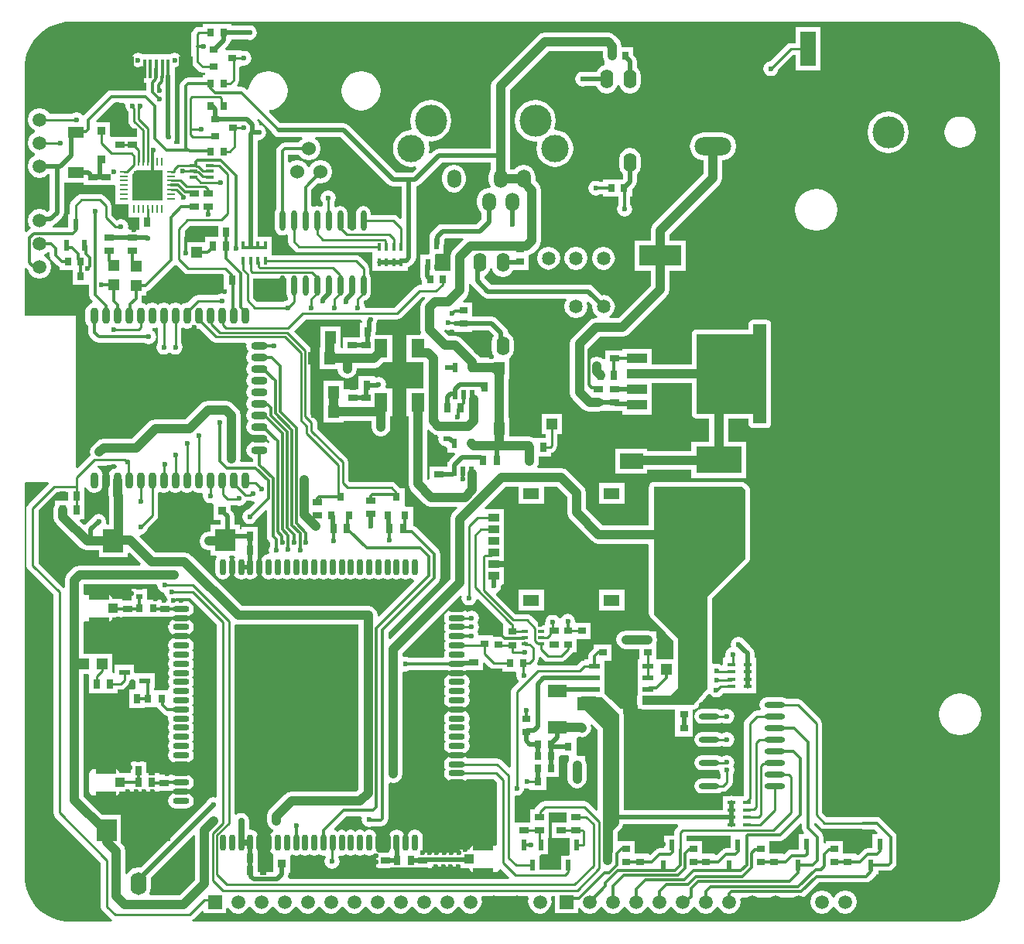
<source format=gtl>
G04*
G04 #@! TF.GenerationSoftware,Altium Limited,Altium Designer,21.6.4 (81)*
G04*
G04 Layer_Physical_Order=1*
G04 Layer_Color=255*
%FSLAX25Y25*%
%MOIN*%
G70*
G04*
G04 #@! TF.SameCoordinates,66C397C5-0B84-4E1A-9DB0-3B2DC1B0179D*
G04*
G04*
G04 #@! TF.FilePolarity,Positive*
G04*
G01*
G75*
%ADD11C,0.01000*%
%ADD12C,0.01181*%
%ADD13C,0.01968*%
%ADD19R,0.06693X0.04921*%
%ADD20R,0.03543X0.01000*%
%ADD21R,0.01000X0.03543*%
%ADD22R,0.03740X0.03543*%
%ADD23O,0.03500X0.07000*%
%ADD24O,0.07000X0.03500*%
%ADD25R,0.15750X0.15750*%
%ADD26R,0.02953X0.03937*%
%ADD27R,0.01575X0.08268*%
%ADD28R,0.05906X0.03937*%
%ADD29R,0.07480X0.07480*%
%ADD30R,0.03937X0.02953*%
%ADD31R,0.03543X0.01575*%
%ADD32R,0.01772X0.03543*%
%ADD33O,0.08784X0.02370*%
%ADD34R,0.08691X0.09354*%
%ADD35R,0.03543X0.01772*%
%ADD36R,0.02165X0.03937*%
%ADD37O,0.07087X0.02756*%
%ADD38O,0.02756X0.07087*%
%ADD39R,0.02362X0.04528*%
%ADD40R,0.03543X0.03150*%
%ADD41R,0.03150X0.03543*%
%ADD42R,0.06693X0.14567*%
%ADD43R,0.03150X0.03543*%
%ADD44R,0.03543X0.03150*%
%ADD45R,0.08504X0.04213*%
%ADD46R,0.04724X0.04724*%
%ADD47R,0.16535X0.08661*%
%ADD48R,0.05512X0.07874*%
%ADD49R,0.04724X0.05512*%
%ADD50R,0.04724X0.04724*%
%ADD51R,0.08691X0.10205*%
%ADD52R,0.09843X0.13779*%
%ADD53R,0.04724X0.02362*%
%ADD54R,0.07874X0.05512*%
%ADD55O,0.05512X0.08268*%
%ADD56R,0.03543X0.03740*%
%ADD57R,0.08661X0.04134*%
%ADD58R,0.04134X0.03937*%
%ADD59R,0.02598X0.02441*%
%ADD60R,0.02756X0.03543*%
%ADD61R,0.03543X0.02756*%
%ADD62R,0.19685X0.11811*%
%ADD63R,0.09843X0.06693*%
%ADD64R,0.18307X0.09055*%
%ADD65O,0.02370X0.08784*%
%ADD66R,0.02756X0.01654*%
%ADD67R,0.07087X0.05118*%
%ADD68R,0.04724X0.03543*%
%ADD69R,0.04528X0.02362*%
%ADD138R,0.12205X0.12205*%
%ADD139R,0.05000X0.02500*%
%ADD140C,0.03937*%
%ADD141C,0.02756*%
%ADD142C,0.02362*%
%ADD143O,0.04331X0.09449*%
%ADD144C,0.13780*%
%ADD145C,0.27000*%
%ADD146O,0.06890X0.09843*%
%ADD147C,0.05858*%
%ADD148R,0.05906X0.05906*%
%ADD149C,0.05906*%
%ADD150O,0.15748X0.07874*%
%ADD151O,0.07874X0.15748*%
%ADD152C,0.11811*%
%ADD153O,0.05906X0.07874*%
%ADD154C,0.06000*%
%ADD155R,0.05906X0.05906*%
G36*
X406136Y386342D02*
X409718Y384858D01*
X412942Y382704D01*
X415684Y379962D01*
X417838Y376738D01*
X419322Y373155D01*
X420079Y369352D01*
Y367413D01*
X420079Y19284D01*
X420079Y17345D01*
X419322Y13542D01*
X417838Y9959D01*
X415684Y6735D01*
X412942Y3993D01*
X409718Y1839D01*
X406136Y355D01*
X402332Y-402D01*
X72518D01*
X72279Y386D01*
X72780Y720D01*
X76351Y4292D01*
X77079Y3991D01*
Y3079D01*
X86921D01*
Y5326D01*
X87709Y5564D01*
X88452Y4452D01*
X90080Y3364D01*
X92000Y2982D01*
X93920Y3364D01*
X95548Y4452D01*
X96579Y5994D01*
X97000Y6040D01*
X97421Y5994D01*
X98452Y4452D01*
X100080Y3364D01*
X102000Y2982D01*
X103920Y3364D01*
X105548Y4452D01*
X106579Y5994D01*
X107000Y6040D01*
X107422Y5994D01*
X108452Y4452D01*
X110080Y3364D01*
X112000Y2982D01*
X113920Y3364D01*
X115548Y4452D01*
X116578Y5994D01*
X117000Y6040D01*
X117421Y5994D01*
X118452Y4452D01*
X120080Y3364D01*
X122000Y2982D01*
X123920Y3364D01*
X125548Y4452D01*
X126578Y5994D01*
X127000Y6040D01*
X127421Y5994D01*
X128452Y4452D01*
X130080Y3364D01*
X132000Y2982D01*
X133920Y3364D01*
X135548Y4452D01*
X136579Y5994D01*
X137000Y6040D01*
X137422Y5994D01*
X138452Y4452D01*
X140080Y3364D01*
X142000Y2982D01*
X143920Y3364D01*
X145548Y4452D01*
X146579Y5994D01*
X147000Y6040D01*
X147422Y5994D01*
X148452Y4452D01*
X150080Y3364D01*
X152000Y2982D01*
X153920Y3364D01*
X155548Y4452D01*
X156579Y5994D01*
X157000Y6040D01*
X157422Y5994D01*
X158452Y4452D01*
X160080Y3364D01*
X162000Y2982D01*
X163920Y3364D01*
X165548Y4452D01*
X166578Y5994D01*
X167000Y6040D01*
X167421Y5994D01*
X168452Y4452D01*
X170080Y3364D01*
X172000Y2982D01*
X173920Y3364D01*
X175548Y4452D01*
X176578Y5994D01*
X177000Y6040D01*
X177421Y5994D01*
X178452Y4452D01*
X180080Y3364D01*
X182000Y2982D01*
X183920Y3364D01*
X185548Y4452D01*
X186579Y5994D01*
X187000Y6040D01*
X187422Y5994D01*
X188452Y4452D01*
X190080Y3364D01*
X192000Y2982D01*
X193920Y3364D01*
X195548Y4452D01*
X196636Y6080D01*
X197018Y8000D01*
X196680Y9696D01*
X197134Y10483D01*
X216865D01*
X217320Y9696D01*
X216982Y8000D01*
X217364Y6080D01*
X218452Y4452D01*
X220080Y3364D01*
X222000Y2982D01*
X223920Y3364D01*
X225548Y4452D01*
X226636Y6080D01*
X227018Y8000D01*
X226680Y9696D01*
X227134Y10483D01*
X228579D01*
Y3079D01*
X238421D01*
Y5326D01*
X239209Y5564D01*
X239952Y4452D01*
X241580Y3364D01*
X243500Y2982D01*
X245420Y3364D01*
X247048Y4452D01*
X248078Y5994D01*
X248500Y6040D01*
X248921Y5994D01*
X249952Y4452D01*
X251580Y3364D01*
X253500Y2982D01*
X255420Y3364D01*
X257048Y4452D01*
X258079Y5994D01*
X258500Y6040D01*
X258922Y5994D01*
X259952Y4452D01*
X261580Y3364D01*
X263500Y2982D01*
X265420Y3364D01*
X267048Y4452D01*
X268078Y5994D01*
X268500Y6040D01*
X268921Y5994D01*
X269952Y4452D01*
X271580Y3364D01*
X273500Y2982D01*
X275420Y3364D01*
X277048Y4452D01*
X278079Y5994D01*
X278500Y6040D01*
X278922Y5994D01*
X279952Y4452D01*
X281580Y3364D01*
X283500Y2982D01*
X285420Y3364D01*
X287048Y4452D01*
X288078Y5994D01*
X288500Y6040D01*
X288921Y5994D01*
X289952Y4452D01*
X291580Y3364D01*
X293500Y2982D01*
X295420Y3364D01*
X297048Y4452D01*
X298078Y5994D01*
X298500Y6040D01*
X298921Y5994D01*
X299952Y4452D01*
X301580Y3364D01*
X303500Y2982D01*
X305420Y3364D01*
X307048Y4452D01*
X308136Y6080D01*
X308518Y8000D01*
X308292Y9135D01*
X308938Y9922D01*
X334500D01*
X335498Y10121D01*
X336345Y10687D01*
X342081Y16422D01*
X362531D01*
X363530Y16621D01*
X364376Y17187D01*
X366774Y19584D01*
X366944Y19839D01*
X367771D01*
Y21462D01*
X372071D01*
X373069Y21660D01*
X373916Y22226D01*
X374845Y23155D01*
X375411Y24002D01*
X375609Y25000D01*
Y36000D01*
X375411Y36999D01*
X374845Y37845D01*
X368845Y43845D01*
X367999Y44411D01*
X367000Y44609D01*
X361000D01*
X360536Y44517D01*
X345543D01*
X343517Y46543D01*
Y85000D01*
X343325Y85963D01*
X342780Y86780D01*
X334780Y94780D01*
X333963Y95325D01*
X333000Y95517D01*
X328154D01*
X327474Y95971D01*
X326244Y96215D01*
X319831D01*
X318600Y95971D01*
X317557Y95274D01*
X316860Y94230D01*
X316615Y93000D01*
X316860Y91770D01*
X317171Y91304D01*
X316750Y90517D01*
X315500D01*
X314537Y90325D01*
X313720Y89780D01*
X310720Y86780D01*
X310175Y85963D01*
X309983Y85000D01*
Y53628D01*
X309971Y53616D01*
X305244D01*
X304458Y53773D01*
X303673Y53616D01*
X300718D01*
Y47473D01*
X258007D01*
Y49148D01*
Y88763D01*
X257968Y88957D01*
Y89154D01*
X257910Y89451D01*
X257834Y89633D01*
X257831Y89649D01*
Y91224D01*
X256614D01*
X256504Y91334D01*
X256504Y91334D01*
X253419Y94419D01*
X253419Y94419D01*
X252490Y95349D01*
X252386Y95418D01*
X252317Y95522D01*
X250102Y97737D01*
X249881Y97884D01*
Y101350D01*
Y106350D01*
Y111945D01*
X252740D01*
Y119032D01*
X245260D01*
Y117415D01*
X245155Y117345D01*
X243705Y115895D01*
X243139Y115049D01*
X242941Y114050D01*
Y112650D01*
X241219D01*
Y112017D01*
X241000D01*
X240037Y111825D01*
X239220Y111280D01*
X237958Y110017D01*
X221190D01*
X220885Y110516D01*
X220823Y110784D01*
X221325Y111537D01*
X221517Y112500D01*
Y113395D01*
X222244Y113696D01*
X223720Y112220D01*
X224537Y111675D01*
X225500Y111483D01*
X231000D01*
X231963Y111675D01*
X232780Y112220D01*
X235780Y115220D01*
X236030Y115594D01*
X237740D01*
Y121213D01*
X243740D01*
Y128299D01*
X237692D01*
X237193Y128908D01*
X237211Y129000D01*
X236967Y130229D01*
X236271Y131271D01*
X235229Y131967D01*
X234000Y132211D01*
X232771Y131967D01*
X231729Y131271D01*
X231033Y130229D01*
X230208Y130116D01*
X229771Y130771D01*
X228729Y131467D01*
X227500Y131711D01*
X226271Y131467D01*
X225229Y130771D01*
X224533Y129729D01*
X224363Y128873D01*
X224063Y128193D01*
X224063Y128193D01*
X224063Y128193D01*
Y127248D01*
X222120D01*
X221736Y127824D01*
X218280Y131280D01*
X217463Y131825D01*
X216500Y132017D01*
X211551D01*
X203200Y140368D01*
X203460Y141221D01*
X204373Y141832D01*
X205069Y142874D01*
X205314Y144103D01*
X205303Y144157D01*
X205802Y144766D01*
X206433D01*
Y152246D01*
X200251D01*
Y154718D01*
X200831D01*
X201074Y154766D01*
X206433D01*
Y159766D01*
Y164766D01*
Y169766D01*
Y177246D01*
X198537D01*
X198210Y178033D01*
X207020Y186843D01*
X212741D01*
Y179516D01*
X223764D01*
Y186843D01*
X229640D01*
X233789Y182694D01*
Y175857D01*
X234095Y174321D01*
X234965Y173019D01*
X244465Y163519D01*
X245767Y162649D01*
X247303Y162343D01*
X268352D01*
X268993Y161556D01*
X268993Y132237D01*
X269032Y132043D01*
Y131846D01*
X269075Y131626D01*
X269375Y130903D01*
X269375Y130903D01*
X269499Y130717D01*
X269639Y130577D01*
X269748Y130413D01*
X276201Y123961D01*
X279493Y120669D01*
Y112697D01*
X272240D01*
Y117469D01*
Y119634D01*
X272514Y121012D01*
X272240Y122389D01*
Y124555D01*
X270284D01*
X270036Y124720D01*
X268500Y125026D01*
X259012D01*
X257476Y124720D01*
X256173Y123850D01*
X256162Y123838D01*
X255291Y122536D01*
X254986Y121000D01*
X255291Y119464D01*
X256162Y118162D01*
X257464Y117291D01*
X259000Y116986D01*
X259059Y116998D01*
X264760D01*
Y112650D01*
X264119D01*
Y106350D01*
Y101350D01*
Y97517D01*
X264079Y97419D01*
X264032Y97182D01*
X264032Y96984D01*
X263993Y96791D01*
X263993Y93402D01*
X264119Y92766D01*
Y91350D01*
X265327D01*
X265634Y91146D01*
X266402Y90993D01*
X280260D01*
Y86299D01*
X280260D01*
Y79213D01*
X287740D01*
Y85457D01*
X287740D01*
Y90932D01*
X288321Y90993D01*
X288349D01*
X288380Y90999D01*
X288491Y91011D01*
X288511Y91015D01*
X288587Y91008D01*
X288723Y91024D01*
X288905Y91083D01*
X288965Y91090D01*
X288972Y91092D01*
X289012Y91114D01*
X289260Y91164D01*
X289357Y91229D01*
X289468Y91264D01*
X289660Y91428D01*
X289703Y91445D01*
X289708Y91449D01*
X289752Y91492D01*
X289911Y91599D01*
X290007Y91695D01*
X290050Y91759D01*
X290065Y91772D01*
X290077Y91796D01*
X290167Y91872D01*
X294612Y97485D01*
X295399Y97454D01*
X295686Y97025D01*
X296728Y96328D01*
X297957Y96084D01*
X299186Y96328D01*
X300227Y97025D01*
X300434Y97334D01*
X300913Y97921D01*
Y97921D01*
X300913Y97921D01*
X310561D01*
X311347Y97765D01*
X312132Y97921D01*
X315087D01*
Y101071D01*
Y104220D01*
Y107370D01*
Y113079D01*
X314357D01*
Y115154D01*
X314128Y116306D01*
X313475Y117282D01*
X313475Y117282D01*
X312603Y118155D01*
X312388Y118476D01*
X312388Y118476D01*
X310128Y120737D01*
X309771Y121271D01*
X308729Y121967D01*
X307500Y122211D01*
X306271Y121967D01*
X305229Y121271D01*
X304533Y120229D01*
X304289Y119000D01*
X304530Y117787D01*
X303788Y117639D01*
X302746Y116943D01*
X302050Y115901D01*
X301805Y114673D01*
X301966Y113866D01*
X301419Y113079D01*
X300913D01*
Y110077D01*
X300275Y109879D01*
X300126Y109867D01*
X299229Y110467D01*
X298000Y110711D01*
X296906Y110494D01*
X296117Y110905D01*
X296062Y125156D01*
X296010Y138672D01*
X311752Y154413D01*
X311861Y154577D01*
X312001Y154717D01*
X312125Y154903D01*
X312425Y155626D01*
X312469Y155846D01*
Y156043D01*
X312507Y156237D01*
Y185263D01*
X312469Y185457D01*
Y185654D01*
X312425Y185873D01*
X312125Y186597D01*
X312125Y186597D01*
X312001Y186783D01*
X311861Y186923D01*
X311752Y187087D01*
X310587Y188251D01*
X310423Y188361D01*
X310283Y188501D01*
X310097Y188625D01*
X309373Y188925D01*
X309154Y188969D01*
X308957D01*
X308763Y189007D01*
X271237D01*
X271043Y188969D01*
X270846D01*
X270648Y188929D01*
X270648Y188929D01*
X270648D01*
X270245Y188762D01*
X269924Y188629D01*
X269924Y188629D01*
X269924Y188629D01*
X269732Y188437D01*
X269409D01*
Y188115D01*
X269371Y188076D01*
X269371Y188076D01*
X269371Y188076D01*
X269071Y187352D01*
X269032Y187154D01*
Y186957D01*
X268993Y186763D01*
Y184407D01*
X268983Y184357D01*
X268993Y184308D01*
Y170371D01*
X248966D01*
X241817Y177520D01*
Y184357D01*
X241512Y185893D01*
X240642Y187196D01*
X234142Y193696D01*
X232839Y194566D01*
X231303Y194871D01*
X221140D01*
X220719Y195659D01*
X221354Y196609D01*
X221660Y198146D01*
Y200063D01*
X226799D01*
Y201560D01*
X227377Y201675D01*
X228194Y202220D01*
X228780Y202806D01*
X229325Y203623D01*
X229517Y204586D01*
Y209535D01*
X231331D01*
Y218197D01*
X222669D01*
Y209535D01*
X224483D01*
Y207937D01*
X219088D01*
X218682Y208209D01*
X217146Y208514D01*
X208787D01*
Y216724D01*
X208471D01*
Y231326D01*
X208514Y231543D01*
Y233276D01*
X208787D01*
Y242389D01*
X209406Y242803D01*
X210450Y244365D01*
X210817Y246209D01*
Y248965D01*
X210450Y250808D01*
X209406Y252371D01*
X208333Y253088D01*
Y253178D01*
X208103Y254330D01*
X207451Y255307D01*
X207451Y255307D01*
X203385Y259373D01*
X202408Y260026D01*
X201256Y260255D01*
X201256Y260255D01*
X192740D01*
Y266299D01*
X189005D01*
X188704Y267027D01*
X190338Y268662D01*
X191209Y269964D01*
X191514Y271500D01*
Y274093D01*
X191754Y274180D01*
X192301Y274224D01*
X192871Y273371D01*
X197371Y268871D01*
X197371Y268871D01*
X198348Y268219D01*
X199500Y267989D01*
X199500Y267989D01*
X233171D01*
X233542Y267295D01*
X232951Y266411D01*
X232571Y264500D01*
X232951Y262589D01*
X234034Y260969D01*
X235654Y259887D01*
X237565Y259506D01*
X239475Y259887D01*
X241096Y260969D01*
X242178Y262589D01*
X242558Y264500D01*
X242213Y266236D01*
X242816Y266681D01*
X242862Y266701D01*
X244469Y265094D01*
X244347Y264480D01*
X244727Y262569D01*
X245809Y260949D01*
X246779Y260301D01*
X246540Y259514D01*
X246000D01*
X244464Y259209D01*
X243162Y258338D01*
X236162Y251338D01*
X235291Y250036D01*
X234986Y248500D01*
Y227500D01*
X235291Y225964D01*
X236162Y224662D01*
X240516Y220307D01*
X241818Y219437D01*
X243354Y219131D01*
X247000D01*
X248536Y219437D01*
X248931Y219701D01*
X254201D01*
X254492Y219643D01*
X254492Y219643D01*
X257591D01*
Y218039D01*
X270031D01*
Y224732D01*
Y231486D01*
X287394D01*
Y218374D01*
X287547Y217606D01*
X287982Y216955D01*
X288633Y216520D01*
X289402Y216367D01*
X294986D01*
Y206374D01*
X287189D01*
Y202264D01*
X268264D01*
Y203315D01*
X254484D01*
Y192685D01*
X268264D01*
Y194236D01*
X287189D01*
Y190626D01*
X310811D01*
Y206374D01*
X303014D01*
Y216367D01*
X311804D01*
Y214240D01*
X311957Y213472D01*
X312392Y212821D01*
X313043Y212386D01*
X313811Y212233D01*
X319598D01*
X320367Y212386D01*
X321018Y212821D01*
X321453Y213472D01*
X321605Y214240D01*
Y256760D01*
X321453Y257528D01*
X321018Y258179D01*
X320367Y258614D01*
X319598Y258767D01*
X313811D01*
X313043Y258614D01*
X312392Y258179D01*
X311957Y257528D01*
X311804Y256760D01*
Y254633D01*
X289402D01*
X288633Y254480D01*
X287982Y254045D01*
X287547Y253394D01*
X287394Y252626D01*
Y239514D01*
X270031D01*
Y246268D01*
X257591D01*
Y245590D01*
X250063D01*
Y242063D01*
X249276Y241880D01*
X248036Y242709D01*
X246500Y243014D01*
X244964Y242709D01*
X243801Y241932D01*
X243014Y242179D01*
Y246837D01*
X247663Y251486D01*
X257500D01*
X259036Y251791D01*
X260338Y252662D01*
X276638Y268961D01*
X277508Y270263D01*
X277813Y271799D01*
Y280004D01*
X284921D01*
Y292996D01*
X277813D01*
Y295637D01*
X299338Y317162D01*
X300209Y318464D01*
X300514Y320000D01*
X300514Y320000D01*
Y327494D01*
X302741Y327937D01*
X304695Y329242D01*
X306000Y331196D01*
X306458Y333500D01*
X306000Y335804D01*
X304695Y337758D01*
X302741Y339063D01*
X300437Y339521D01*
X292563D01*
X290259Y339063D01*
X288305Y337758D01*
X287000Y335804D01*
X286542Y333500D01*
X287000Y331196D01*
X288305Y329242D01*
X290259Y327937D01*
X292486Y327494D01*
Y321663D01*
X270961Y300138D01*
X270091Y298835D01*
X269785Y297299D01*
Y292996D01*
X262677D01*
Y280004D01*
X269785D01*
Y273462D01*
X255837Y259514D01*
X252140D01*
X251902Y260301D01*
X252871Y260949D01*
X253954Y262569D01*
X254334Y264480D01*
X253954Y266391D01*
X252871Y268011D01*
X251251Y269094D01*
X249340Y269474D01*
X248726Y269352D01*
X244949Y273129D01*
X243973Y273781D01*
X242821Y274011D01*
X242820Y274011D01*
X200747D01*
X198011Y276747D01*
Y277697D01*
X199406Y278629D01*
X200450Y280192D01*
X200599Y280938D01*
X201401D01*
X201550Y280192D01*
X202594Y278629D01*
X204157Y277585D01*
X206000Y277219D01*
X207843Y277585D01*
X209406Y278629D01*
X210450Y280192D01*
X210452Y280201D01*
X217240D01*
Y286676D01*
X217822Y286791D01*
X219124Y287662D01*
X221430Y289968D01*
X222300Y291270D01*
X222606Y292806D01*
Y314549D01*
X222300Y316085D01*
X221430Y317387D01*
X220018Y318800D01*
Y320642D01*
X219636Y322562D01*
X218548Y324190D01*
X216920Y325277D01*
X215000Y325659D01*
X213080Y325277D01*
X211452Y324190D01*
X211106Y323672D01*
X209014D01*
Y329500D01*
Y357837D01*
X225663Y374486D01*
X249230D01*
Y372500D01*
X249535Y370964D01*
X249701Y370717D01*
X249701Y368760D01*
X249116Y368270D01*
X248976Y368242D01*
X247413Y367197D01*
X246369Y365635D01*
X246344Y365511D01*
X241509D01*
X240500Y365711D01*
X239271Y365467D01*
X238229Y364771D01*
X237533Y363729D01*
X237289Y362500D01*
X237533Y361271D01*
X238229Y360229D01*
X239271Y359533D01*
X240500Y359289D01*
X241509Y359489D01*
X246310D01*
X246369Y359192D01*
X247413Y357629D01*
X248976Y356585D01*
X250819Y356219D01*
X252662Y356585D01*
X254225Y357629D01*
X255269Y359192D01*
X255418Y359938D01*
X256220D01*
X256369Y359192D01*
X257413Y357629D01*
X258976Y356585D01*
X260819Y356219D01*
X262662Y356585D01*
X264225Y357629D01*
X265269Y359192D01*
X265636Y361035D01*
Y363791D01*
X265269Y365635D01*
X264225Y367197D01*
X263830Y367462D01*
Y370240D01*
X263830Y370240D01*
X263600Y371392D01*
X262948Y372369D01*
X262299Y373018D01*
Y376240D01*
X257258D01*
Y376694D01*
X256953Y378230D01*
X256083Y379532D01*
X254276Y381338D01*
X252974Y382209D01*
X251438Y382514D01*
X224000D01*
X222464Y382209D01*
X221162Y381338D01*
X202162Y362338D01*
X201291Y361036D01*
X200986Y359500D01*
Y332511D01*
X178500D01*
X178500Y332511D01*
X177348Y332281D01*
X176371Y331629D01*
X176371Y331629D01*
X175255Y330512D01*
X174321Y330639D01*
X174295Y330666D01*
X174556Y332650D01*
X174285Y334705D01*
X174100Y335154D01*
X174579Y335778D01*
X175000Y335723D01*
X177313Y336027D01*
X179467Y336920D01*
X181318Y338340D01*
X182738Y340190D01*
X183630Y342345D01*
X183935Y344657D01*
X183630Y346970D01*
X182738Y349125D01*
X181318Y350975D01*
X179467Y352395D01*
X177313Y353288D01*
X175000Y353592D01*
X172687Y353288D01*
X170533Y352395D01*
X168682Y350975D01*
X167262Y349125D01*
X166370Y346970D01*
X166065Y344657D01*
X166370Y342345D01*
X166805Y341294D01*
X166263Y340545D01*
X164559Y340321D01*
X162643Y339528D01*
X160998Y338265D01*
X159736Y336621D01*
X158943Y334705D01*
X158672Y332650D01*
X158943Y330594D01*
X159736Y328679D01*
X160998Y327034D01*
X162643Y325772D01*
X164559Y324978D01*
X166614Y324708D01*
X168598Y324969D01*
X168625Y324943D01*
X168751Y324009D01*
X167003Y322261D01*
X159997D01*
X139629Y342629D01*
X138652Y343281D01*
X137500Y343511D01*
X137500Y343511D01*
X110179D01*
X105373Y348317D01*
X105656Y349148D01*
X107184Y349349D01*
X109219Y350192D01*
X110967Y351533D01*
X112308Y353281D01*
X113151Y355316D01*
X113438Y357500D01*
X113151Y359684D01*
X112308Y361719D01*
X110967Y363467D01*
X109219Y364808D01*
X107184Y365651D01*
X105000Y365938D01*
X102816Y365651D01*
X100781Y364808D01*
X99033Y363467D01*
X97692Y361719D01*
X96849Y359684D01*
X96648Y358155D01*
X95817Y357873D01*
X95202Y358488D01*
X94355Y359054D01*
X93357Y359252D01*
X91840D01*
X91539Y359980D01*
X91780Y360220D01*
X92325Y361037D01*
X92517Y362000D01*
Y367650D01*
X93177Y367957D01*
Y367957D01*
X93965Y368395D01*
X94500Y368289D01*
X95729Y368533D01*
X96771Y369229D01*
X97467Y370271D01*
X97711Y371500D01*
X97467Y372729D01*
X96771Y373771D01*
X95729Y374467D01*
X94500Y374711D01*
X93965Y374605D01*
X93177Y375043D01*
Y375043D01*
X86849D01*
X86548Y375771D01*
X87885Y377107D01*
X87885Y377107D01*
X88537Y378084D01*
X88672Y378760D01*
X89299D01*
Y379489D01*
X95991D01*
X97000Y379289D01*
X98229Y379533D01*
X99271Y380229D01*
X99967Y381271D01*
X100211Y382500D01*
X99967Y383729D01*
X99271Y384771D01*
X98229Y385467D01*
X97000Y385711D01*
X95991Y385511D01*
X89299D01*
Y386240D01*
X76701D01*
Y385017D01*
X75086D01*
X74123Y384825D01*
X73306Y384280D01*
X72720Y383694D01*
X72175Y382877D01*
X71983Y381914D01*
Y376964D01*
X71891Y376500D01*
X71983Y376036D01*
Y370000D01*
X72175Y369037D01*
X72720Y368220D01*
X74961Y365980D01*
X75777Y365435D01*
X76740Y365243D01*
X77823D01*
Y364371D01*
X76701D01*
Y363240D01*
X70631D01*
X69633Y363042D01*
X68786Y362476D01*
X67655Y361345D01*
X67089Y360498D01*
X66891Y359500D01*
Y334609D01*
X64652D01*
X64382Y335397D01*
X64967Y336271D01*
X65211Y337500D01*
X64985Y338637D01*
Y363843D01*
X64756Y364995D01*
X64705Y365071D01*
Y367521D01*
X65934Y367765D01*
X66976Y368461D01*
X67672Y369503D01*
X67916Y370732D01*
X67672Y371961D01*
X66976Y373003D01*
X65934Y373699D01*
X64705Y373943D01*
X63476Y373699D01*
X62572Y373095D01*
X51516D01*
X51516Y373095D01*
Y373095D01*
X51516Y373095D01*
X50807Y373284D01*
X50186Y373699D01*
X48957Y373943D01*
X47728Y373699D01*
X46686Y373003D01*
X45990Y371961D01*
X45746Y370732D01*
X45990Y369503D01*
X46686Y368461D01*
X47728Y367765D01*
X48957Y367521D01*
X50186Y367765D01*
X50729Y368128D01*
X51516Y367707D01*
Y360890D01*
X52562D01*
Y358071D01*
X52000Y357609D01*
X37500D01*
X36502Y357411D01*
X35655Y356845D01*
X25863Y347053D01*
X24939Y347018D01*
X24771Y347271D01*
X23729Y347967D01*
X22500Y348211D01*
X21271Y347967D01*
X20598Y347517D01*
X10737D01*
X10048Y348548D01*
X8420Y349636D01*
X6500Y350018D01*
X4580Y349636D01*
X2952Y348548D01*
X1864Y346920D01*
X1482Y345000D01*
X1864Y343080D01*
X2952Y341452D01*
X4494Y340422D01*
X4540Y340000D01*
X4494Y339579D01*
X2952Y338548D01*
X1864Y336920D01*
X1482Y335000D01*
X1864Y333080D01*
X2952Y331452D01*
X4494Y330421D01*
X4540Y330000D01*
X4494Y329578D01*
X2952Y328548D01*
X1864Y326920D01*
X1482Y325000D01*
X1864Y323080D01*
X2952Y321452D01*
X4580Y320364D01*
X6500Y319982D01*
X8420Y320364D01*
X10048Y321452D01*
X10202Y321682D01*
X10989Y321444D01*
Y306247D01*
X10006Y305264D01*
X9725D01*
X8420Y306136D01*
X6500Y306518D01*
X4580Y306136D01*
X2952Y305048D01*
X1864Y303420D01*
X1482Y301500D01*
X1864Y299580D01*
X2755Y298246D01*
X2155Y297845D01*
X787Y296477D01*
X0Y296803D01*
Y367320D01*
X94Y367413D01*
Y369352D01*
X850Y373155D01*
X2334Y376738D01*
X4488Y379962D01*
X7230Y382704D01*
X10454Y384858D01*
X14037Y386342D01*
X17840Y387098D01*
X402332D01*
X406136Y386342D01*
D02*
G37*
G36*
X43548Y351603D02*
X43428Y351000D01*
X43672Y349771D01*
X44368Y348729D01*
X44697Y348510D01*
Y344406D01*
X44889Y343443D01*
X45434Y342626D01*
X48578Y339483D01*
Y337591D01*
X37063D01*
X36839Y338285D01*
Y343941D01*
X31160D01*
X30858Y344668D01*
X38581Y352391D01*
X42906D01*
X43548Y351603D01*
D02*
G37*
G36*
X156621Y317121D02*
X156621Y317121D01*
X157598Y316469D01*
X158750Y316239D01*
X158750Y316239D01*
X162643D01*
Y302445D01*
X161916Y302144D01*
X160742Y303317D01*
X159926Y303863D01*
X158963Y304054D01*
X149215D01*
Y304744D01*
X148971Y305975D01*
X148274Y307018D01*
X147230Y307715D01*
X146000Y307959D01*
X144770Y307715D01*
X143726Y307018D01*
X143029Y305975D01*
X142785Y304744D01*
Y298331D01*
X142527Y298017D01*
X139873D01*
X139215Y298675D01*
Y304744D01*
X138971Y305975D01*
X138274Y307018D01*
X137230Y307715D01*
X136000Y307959D01*
X134770Y307715D01*
X134213Y307343D01*
X133426Y307764D01*
Y309608D01*
X133785Y310146D01*
X134030Y311375D01*
X133785Y312603D01*
X133089Y313645D01*
X132047Y314341D01*
X130818Y314586D01*
X129589Y314341D01*
X128548Y313645D01*
X127851Y312603D01*
X127607Y311375D01*
X127851Y310146D01*
X128392Y309336D01*
Y307885D01*
X127605Y307465D01*
X127230Y307715D01*
X126000Y307959D01*
X124770Y307715D01*
X124397Y307466D01*
X123609Y307886D01*
Y314919D01*
X126352Y317662D01*
X127500Y317434D01*
X129439Y317820D01*
X131082Y318918D01*
X132180Y320561D01*
X132566Y322500D01*
X132180Y324439D01*
X131082Y326082D01*
X129439Y327180D01*
X127500Y327566D01*
X125561Y327180D01*
X123918Y326082D01*
X122938Y324615D01*
X122687Y324556D01*
X122313D01*
X122063Y324615D01*
X121082Y326082D01*
X119439Y327180D01*
X117500Y327566D01*
X115561Y327180D01*
X114429Y326424D01*
X113642Y326845D01*
Y329891D01*
X118268D01*
X118918Y328918D01*
X120561Y327820D01*
X122500Y327434D01*
X124439Y327820D01*
X126082Y328918D01*
X127180Y330561D01*
X127566Y332500D01*
X127180Y334439D01*
X126082Y336082D01*
X125154Y336702D01*
X125393Y337489D01*
X136253D01*
X156621Y317121D01*
D02*
G37*
G36*
X106658Y339652D02*
X106719Y339348D01*
X107371Y338371D01*
X108348Y337719D01*
X109500Y337489D01*
X119607D01*
X119846Y336702D01*
X118918Y336082D01*
X118268Y335109D01*
X112000D01*
X111002Y334911D01*
X110155Y334345D01*
X109188Y333378D01*
X108622Y332531D01*
X108424Y331533D01*
Y306565D01*
X108029Y305975D01*
X107785Y304744D01*
Y298331D01*
X108029Y297100D01*
X108726Y296057D01*
X109770Y295360D01*
X111000Y295115D01*
X112230Y295360D01*
X112696Y295671D01*
X113483Y295250D01*
Y292500D01*
X113675Y291537D01*
X114220Y290720D01*
X116374Y288567D01*
X117190Y288021D01*
X118154Y287830D01*
X149921D01*
Y284384D01*
X149765Y283598D01*
X149921Y282813D01*
Y279913D01*
X165079D01*
Y281445D01*
X165562Y281541D01*
X166539Y282194D01*
X167782Y283437D01*
X168435Y284414D01*
X168664Y285566D01*
X168664Y285566D01*
Y316322D01*
X169402Y316469D01*
X170379Y317121D01*
X179747Y326489D01*
X200986D01*
Y323492D01*
X200364Y322562D01*
X199982Y320642D01*
Y318673D01*
X200364Y316753D01*
X200691Y316264D01*
X200254Y315609D01*
X200000Y315659D01*
X198080Y315277D01*
X196452Y314190D01*
X195364Y312562D01*
X194982Y310642D01*
Y308673D01*
X195364Y306753D01*
X196452Y305125D01*
X196989Y304766D01*
Y302247D01*
X194753Y300011D01*
X180000D01*
X180000Y300011D01*
X178848Y299781D01*
X177871Y299129D01*
X177871Y299129D01*
X175568Y296826D01*
X174915Y295849D01*
X174878Y295661D01*
X174350D01*
Y287197D01*
X173726Y286803D01*
X170610D01*
Y282630D01*
X170561Y282383D01*
X170561Y282383D01*
Y277500D01*
X170561Y277500D01*
X170790Y276348D01*
X171201Y275733D01*
Y273773D01*
X170151D01*
X169188Y273581D01*
X168372Y273036D01*
X159321Y263985D01*
X146723D01*
X146711Y264000D01*
X146467Y265229D01*
X146017Y265902D01*
Y266713D01*
X146430Y267126D01*
X147230Y267285D01*
X148274Y267982D01*
X148971Y269025D01*
X149215Y270256D01*
Y276669D01*
X148971Y277900D01*
X148517Y278579D01*
Y281000D01*
X148325Y281963D01*
X147780Y282780D01*
X144626Y285933D01*
X143810Y286479D01*
X142847Y286670D01*
X106579D01*
Y294587D01*
X100641D01*
X100446Y295374D01*
X100621Y296256D01*
X100420Y297265D01*
Y335813D01*
X101000Y336289D01*
X102229Y336533D01*
X103271Y337229D01*
X103967Y338271D01*
X104211Y339500D01*
X103967Y340729D01*
X103271Y341771D01*
X102229Y342467D01*
X101011Y342709D01*
Y343000D01*
X100781Y344152D01*
X100252Y344945D01*
X100864Y345446D01*
X106658Y339652D01*
D02*
G37*
G36*
X59551Y320240D02*
Y318272D01*
Y316303D01*
Y314335D01*
Y312366D01*
Y310398D01*
Y310347D01*
X46638D01*
Y310398D01*
Y312366D01*
Y314335D01*
Y316303D01*
Y318272D01*
Y320240D01*
Y321618D01*
X48280Y323260D01*
X59551D01*
Y320240D01*
D02*
G37*
G36*
X25563Y316910D02*
X38937D01*
X39158Y316213D01*
Y312366D01*
Y308429D01*
X44721D01*
Y302866D01*
X49409D01*
Y297654D01*
X45246D01*
X44600Y298441D01*
X44711Y299000D01*
X44467Y300229D01*
X43771Y301271D01*
X42729Y301967D01*
X41500Y302211D01*
X40271Y301967D01*
X39864Y301695D01*
X37517Y304043D01*
Y308000D01*
X37325Y308963D01*
X36780Y309780D01*
X34280Y312280D01*
X33463Y312825D01*
X32500Y313017D01*
X24500D01*
X23537Y312825D01*
X22720Y312280D01*
X20220Y309780D01*
X19675Y308963D01*
X19483Y308000D01*
Y304161D01*
X18850D01*
Y298609D01*
X12104D01*
X12027Y299397D01*
X12405Y299472D01*
X13382Y300125D01*
X16129Y302871D01*
X16129Y302871D01*
X16781Y303848D01*
X17011Y305000D01*
X17011Y305000D01*
Y317910D01*
X25563D01*
Y316910D01*
D02*
G37*
G36*
X83409Y294467D02*
X77701D01*
Y292197D01*
X69669D01*
X69017Y292523D01*
Y296957D01*
X71326Y299267D01*
X83409D01*
Y294467D01*
D02*
G37*
G36*
X189025Y293202D02*
X184662Y288838D01*
X183791Y287536D01*
X183486Y286000D01*
Y279871D01*
X176909D01*
Y286803D01*
X177534Y287197D01*
X180650D01*
Y291335D01*
X180708Y291626D01*
X180707Y291626D01*
Y293450D01*
X181247Y293989D01*
X188832D01*
X189025Y293202D01*
D02*
G37*
G36*
X10891Y287796D02*
Y286500D01*
X11089Y285502D01*
X11655Y284655D01*
X14155Y282155D01*
X15001Y281589D01*
X15201Y281550D01*
Y280260D01*
X20713D01*
Y273760D01*
X27799D01*
X27832Y272986D01*
Y269559D01*
X28030Y268561D01*
X28596Y267714D01*
X29488Y266822D01*
X29228Y265968D01*
X28649Y265853D01*
X27419Y265031D01*
X26597Y263801D01*
X26309Y262350D01*
Y258850D01*
X26597Y257399D01*
X27419Y256169D01*
X27491Y256121D01*
Y253400D01*
X27689Y252401D01*
X28255Y251555D01*
X30155Y249655D01*
X31001Y249089D01*
X32000Y248891D01*
X51736D01*
X52271Y248533D01*
X53500Y248289D01*
X54729Y248533D01*
X55771Y249229D01*
X56467Y250271D01*
X56711Y251500D01*
X56467Y252729D01*
X55771Y253771D01*
X54987Y254294D01*
X55046Y254697D01*
X55224Y255083D01*
X56551Y255347D01*
X56839Y255540D01*
X57533Y255168D01*
Y248977D01*
X57033Y248229D01*
X56789Y247000D01*
X57033Y245771D01*
X57729Y244729D01*
X58771Y244033D01*
X60000Y243789D01*
X61229Y244033D01*
X61933Y244504D01*
X62500Y244664D01*
X63067Y244504D01*
X63771Y244033D01*
X65000Y243789D01*
X66229Y244033D01*
X67271Y244729D01*
X67967Y245771D01*
X68211Y247000D01*
X67967Y248229D01*
X67567Y248828D01*
Y255123D01*
X68354Y255544D01*
X68649Y255347D01*
X70100Y255059D01*
X71551Y255347D01*
X72600Y256048D01*
X73649Y255347D01*
X75100Y255059D01*
X75293Y255097D01*
X80670Y249720D01*
X81487Y249175D01*
X82450Y248983D01*
X95313D01*
X95813Y248375D01*
X95659Y247600D01*
X95947Y246149D01*
X96648Y245100D01*
X95947Y244051D01*
X95659Y242600D01*
X95947Y241149D01*
X96648Y240100D01*
X95947Y239051D01*
X95659Y237600D01*
X95947Y236149D01*
X96648Y235100D01*
X95947Y234051D01*
X95659Y232600D01*
X95947Y231149D01*
X96648Y230100D01*
X95947Y229051D01*
X95659Y227600D01*
X95947Y226149D01*
X96648Y225100D01*
X95947Y224051D01*
X95659Y222600D01*
X95947Y221149D01*
X96648Y220100D01*
X95947Y219051D01*
X95659Y217600D01*
X95947Y216149D01*
X96648Y215100D01*
X95947Y214051D01*
X95659Y212600D01*
X95947Y211149D01*
X96769Y209919D01*
X97999Y209097D01*
X99450Y208809D01*
X102950D01*
X103035Y208825D01*
X105635Y206225D01*
X105133Y205614D01*
X104401Y206103D01*
X102950Y206391D01*
X99450D01*
X97999Y206103D01*
X96769Y205281D01*
X95947Y204051D01*
X95659Y202600D01*
X95947Y201149D01*
X96769Y199919D01*
X97999Y199097D01*
X98591Y198979D01*
Y197609D01*
X93358D01*
X92859Y198218D01*
X93014Y199000D01*
Y217694D01*
X92709Y219230D01*
X91838Y220532D01*
X89532Y222838D01*
X88230Y223709D01*
X86694Y224014D01*
X79000D01*
X77464Y223709D01*
X76162Y222838D01*
X69337Y216014D01*
X56500D01*
X56500Y216014D01*
X54964Y215709D01*
X53662Y214838D01*
X46337Y207514D01*
X34000D01*
X34000Y207514D01*
X32464Y207209D01*
X31162Y206338D01*
X29417Y204594D01*
X28547Y203292D01*
X28242Y201756D01*
X28499Y200465D01*
X28220Y200280D01*
X22727Y194787D01*
X22000Y195088D01*
Y260500D01*
X0D01*
Y280792D01*
X787Y281118D01*
X1347Y280559D01*
X1719Y280310D01*
X1864Y279580D01*
X2952Y277952D01*
X4580Y276864D01*
X6500Y276482D01*
X8420Y276864D01*
X10048Y277952D01*
X11136Y279580D01*
X11518Y281500D01*
X11136Y283420D01*
X10048Y285048D01*
X8506Y286079D01*
X8460Y286500D01*
X8506Y286922D01*
X10048Y287952D01*
X10103Y288035D01*
X10891Y287796D01*
D02*
G37*
G36*
X65586Y282355D02*
X68720Y279220D01*
X69537Y278675D01*
X70500Y278483D01*
X85457D01*
X85909Y278031D01*
Y272063D01*
X87118D01*
Y270208D01*
X86424Y269837D01*
X86229Y269967D01*
X85000Y270211D01*
X83771Y269967D01*
X83098Y269517D01*
X74750D01*
X73787Y269325D01*
X72970Y268780D01*
X70293Y266103D01*
X70100Y266141D01*
X68649Y265853D01*
X67600Y265152D01*
X66551Y265853D01*
X65100Y266141D01*
X63649Y265853D01*
X62600Y265152D01*
X61551Y265853D01*
X60100Y266141D01*
X58649Y265853D01*
X57600Y265152D01*
X56551Y265853D01*
X55100Y266141D01*
X53649Y265853D01*
X52600Y265152D01*
X51551Y265853D01*
X50703Y266021D01*
X50340Y266896D01*
X50411Y267002D01*
X50609Y268000D01*
Y269169D01*
X52331D01*
Y270957D01*
X52999Y271089D01*
X53845Y271655D01*
X64508Y282319D01*
X65465Y282404D01*
X65586Y282355D01*
D02*
G37*
G36*
X112785Y276669D02*
Y270256D01*
X113029Y269025D01*
X113483Y268346D01*
Y267543D01*
X113066Y267125D01*
X112271Y266967D01*
X111598Y266517D01*
X100158D01*
X98517Y268158D01*
Y276707D01*
X112754D01*
X112785Y276669D01*
D02*
G37*
G36*
X184348Y254463D02*
X185260Y254281D01*
Y253701D01*
X192740D01*
Y254234D01*
X200009D01*
X202305Y251938D01*
X201550Y250808D01*
X201183Y248965D01*
Y246209D01*
X201550Y244365D01*
X202120Y243512D01*
X201699Y242724D01*
X200126D01*
Y242420D01*
X196374D01*
X195777Y243313D01*
X188252Y250838D01*
X186950Y251709D01*
X185414Y252014D01*
X182663D01*
X180727Y253949D01*
X181229Y254561D01*
X181271Y254533D01*
X182500Y254289D01*
X183729Y254533D01*
X183986Y254705D01*
X184348Y254463D01*
D02*
G37*
G36*
X172641Y268012D02*
X171662Y267032D01*
X170791Y265730D01*
X170486Y264194D01*
Y254500D01*
X170764Y253102D01*
X170350Y252315D01*
X164650D01*
Y240504D01*
X169774D01*
X170162Y240427D01*
X171986D01*
Y229136D01*
X164650D01*
Y217325D01*
X165361D01*
Y188125D01*
X165666Y186589D01*
X166536Y185287D01*
X172321Y179502D01*
X173623Y178632D01*
X175159Y178326D01*
X186121D01*
X186422Y177599D01*
X184662Y175838D01*
X183791Y174536D01*
X183486Y173000D01*
Y147217D01*
X157572Y121303D01*
X156845Y121604D01*
Y124155D01*
X178345Y145655D01*
X178911Y146502D01*
X179109Y147500D01*
Y158000D01*
X178911Y158999D01*
X178345Y159845D01*
X168723Y169467D01*
X167876Y170033D01*
X167582Y170091D01*
X167448Y170823D01*
X167448D01*
Y178303D01*
X164332D01*
X163707Y178697D01*
Y186177D01*
X161779D01*
X161571Y186488D01*
X159780Y188280D01*
X158963Y188825D01*
X158000Y189017D01*
X140042D01*
X139517Y189542D01*
Y197500D01*
X139325Y198463D01*
X138780Y199280D01*
X126017Y212042D01*
Y214500D01*
X125825Y215463D01*
X125280Y216280D01*
X123324Y218235D01*
Y245693D01*
X123132Y246656D01*
X122587Y247473D01*
X116059Y254000D01*
X121011Y258952D01*
X144857D01*
X145356Y258343D01*
X145336Y258240D01*
X145336Y258240D01*
Y257437D01*
X144410D01*
Y251229D01*
X143063D01*
Y251229D01*
X137102D01*
Y246770D01*
X136800Y246601D01*
X136013Y247063D01*
Y255921D01*
X127351D01*
Y246943D01*
X127213D01*
Y237494D01*
X134987D01*
X135291Y235964D01*
X136162Y234662D01*
X137464Y233791D01*
X139000Y233486D01*
X140536Y233791D01*
X141838Y234662D01*
X142709Y235964D01*
X143014Y237500D01*
Y238061D01*
X150473D01*
X152009Y238367D01*
X153311Y239237D01*
X154579Y240504D01*
X158351D01*
Y252315D01*
X151299D01*
Y253701D01*
X151357Y253992D01*
X151357Y253992D01*
Y256858D01*
X151967Y257771D01*
X152202Y258952D01*
X160364D01*
X161327Y259143D01*
X162144Y259689D01*
X171194Y268739D01*
X172340D01*
X172641Y268012D01*
D02*
G37*
G36*
X319598Y214240D02*
X313811D01*
Y218374D01*
X289402D01*
Y252626D01*
X313811D01*
Y256760D01*
X319598D01*
Y214240D01*
D02*
G37*
G36*
X175468Y210162D02*
X176770Y209291D01*
X177860Y209075D01*
X177895Y209057D01*
X178409Y208318D01*
X178428Y208198D01*
X178289Y207500D01*
X178533Y206271D01*
X179229Y205229D01*
X180271Y204533D01*
X181500Y204289D01*
X182118Y203609D01*
Y201533D01*
X185246D01*
X185547Y200805D01*
X183139Y198396D01*
X182604Y197596D01*
X182118D01*
Y195590D01*
X174563D01*
Y190117D01*
X173776Y189745D01*
X173389Y190043D01*
Y211212D01*
X174116Y211513D01*
X175468Y210162D01*
D02*
G37*
G36*
X73649Y184447D02*
X75100Y184159D01*
X76266Y184391D01*
X76867Y183914D01*
X76945Y183784D01*
X76789Y183000D01*
X77033Y181771D01*
X77729Y180729D01*
X78771Y180033D01*
X80000Y179789D01*
X80673Y179923D01*
X81461Y179313D01*
Y172661D01*
X84489D01*
Y170646D01*
X80111D01*
Y167514D01*
X79500D01*
X77964Y167209D01*
X76662Y166338D01*
X75791Y165036D01*
X75486Y163500D01*
X75791Y161964D01*
X76662Y160662D01*
X77964Y159791D01*
X79500Y159486D01*
X80111D01*
Y157354D01*
X82397D01*
X82818Y156567D01*
X82352Y155869D01*
X82092Y154563D01*
Y150232D01*
X82352Y148927D01*
X83091Y147820D01*
X84198Y147080D01*
X85504Y146820D01*
X86810Y147080D01*
X87917Y147820D01*
X88656Y148927D01*
X88916Y150232D01*
Y154563D01*
X88656Y155869D01*
X88190Y156567D01*
X88611Y157354D01*
X90271D01*
X90692Y156567D01*
X90226Y155869D01*
X89966Y154563D01*
Y150232D01*
X90226Y148927D01*
X90965Y147820D01*
X92072Y147080D01*
X93378Y146820D01*
X94684Y147080D01*
X95346Y147523D01*
X96009Y147080D01*
X97315Y146820D01*
X98621Y147080D01*
X99728Y147820D01*
X100467Y148927D01*
X100727Y150232D01*
Y154563D01*
X100516Y155625D01*
Y161563D01*
Y169437D01*
X93626D01*
Y168511D01*
X92739D01*
Y170646D01*
X90511D01*
Y174102D01*
X90511Y174102D01*
X90281Y175254D01*
X89629Y176231D01*
X89629Y176231D01*
X88941Y176919D01*
Y179069D01*
X90988D01*
X91271Y178880D01*
X92500Y178635D01*
X93729Y178880D01*
X94771Y179576D01*
X95467Y180617D01*
X95520Y180884D01*
X97217D01*
X97271Y180848D01*
X98500Y180604D01*
X98875Y180678D01*
X99263Y179953D01*
X96403Y177093D01*
X95771Y176967D01*
X94729Y176271D01*
X94033Y175229D01*
X93789Y174000D01*
X94033Y172771D01*
X94729Y171729D01*
X95771Y171033D01*
X97000Y170789D01*
X98229Y171033D01*
X99271Y171729D01*
X99967Y172771D01*
X100092Y173403D01*
X103695Y177005D01*
X104422Y176704D01*
Y165549D01*
X104621Y164550D01*
X105186Y163704D01*
X105891Y163000D01*
Y161264D01*
X105533Y160729D01*
X105289Y159500D01*
X105442Y158728D01*
X105393Y158581D01*
X104909Y157935D01*
X104863Y157910D01*
X103883Y157715D01*
X102776Y156976D01*
X102037Y155869D01*
X101777Y154563D01*
Y150232D01*
X102037Y148927D01*
X102776Y147820D01*
X103883Y147080D01*
X105189Y146820D01*
X106495Y147080D01*
X107158Y147523D01*
X107820Y147080D01*
X109126Y146820D01*
X110432Y147080D01*
X111094Y147523D01*
X111757Y147080D01*
X113063Y146820D01*
X114369Y147080D01*
X115032Y147523D01*
X115694Y147080D01*
X117000Y146820D01*
X118306Y147080D01*
X118968Y147523D01*
X119631Y147080D01*
X120937Y146820D01*
X122243Y147080D01*
X122906Y147523D01*
X123568Y147080D01*
X124874Y146820D01*
X126180Y147080D01*
X126843Y147523D01*
X127505Y147080D01*
X128811Y146820D01*
X130117Y147080D01*
X130780Y147523D01*
X131442Y147080D01*
X132748Y146820D01*
X134054Y147080D01*
X134717Y147523D01*
X135379Y147080D01*
X136685Y146820D01*
X137991Y147080D01*
X138654Y147523D01*
X139316Y147080D01*
X140622Y146820D01*
X141928Y147080D01*
X142591Y147523D01*
X143253Y147080D01*
X144559Y146820D01*
X145865Y147080D01*
X146528Y147523D01*
X147190Y147080D01*
X148496Y146820D01*
X149802Y147080D01*
X150465Y147523D01*
X151127Y147080D01*
X152433Y146820D01*
X153739Y147080D01*
X154402Y147523D01*
X155064Y147080D01*
X156370Y146820D01*
X157676Y147080D01*
X158339Y147523D01*
X159001Y147080D01*
X160307Y146820D01*
X161613Y147080D01*
X162276Y147523D01*
X162938Y147080D01*
X164244Y146820D01*
X165550Y147080D01*
X166213Y147523D01*
X166876Y147080D01*
X167627Y146931D01*
X167886Y146076D01*
X152742Y130931D01*
X152014Y131233D01*
Y131500D01*
X151709Y133036D01*
X150838Y134338D01*
X149536Y135209D01*
X148000Y135514D01*
X93663D01*
X71808Y157369D01*
X70506Y158239D01*
X68970Y158545D01*
X56632D01*
X49614Y165563D01*
X50000Y166289D01*
X51229Y166533D01*
X52271Y167229D01*
X52967Y168271D01*
X53125Y169065D01*
X56880Y172820D01*
X57425Y173637D01*
X57617Y174600D01*
Y184302D01*
X58311Y184673D01*
X58649Y184447D01*
X60100Y184159D01*
X61551Y184447D01*
X62600Y185148D01*
X63649Y184447D01*
X65100Y184159D01*
X66551Y184447D01*
X67600Y185148D01*
X68649Y184447D01*
X70100Y184159D01*
X71551Y184447D01*
X72600Y185148D01*
X73649Y184447D01*
D02*
G37*
G36*
X39871Y195196D02*
X38649Y194953D01*
X37419Y194131D01*
X36597Y192901D01*
X36309Y191450D01*
Y190053D01*
X36213Y189573D01*
Y183127D01*
X36340Y182488D01*
Y177500D01*
X36486Y176768D01*
Y170571D01*
X35708D01*
X35084Y171358D01*
X35211Y172000D01*
X34967Y173229D01*
X34271Y174271D01*
X33229Y174967D01*
X32000Y175211D01*
X30771Y174967D01*
X29729Y174271D01*
X29158Y173415D01*
X26371Y170629D01*
X25622Y170555D01*
X23841Y172336D01*
X24143Y173063D01*
X25799D01*
Y179063D01*
Y186475D01*
X26587Y186553D01*
X26597Y186499D01*
X27419Y185269D01*
X28649Y184447D01*
X30100Y184159D01*
X31551Y184447D01*
X32781Y185269D01*
X33603Y186499D01*
X33891Y187950D01*
Y191450D01*
X33603Y192901D01*
X32781Y194131D01*
X31744Y194824D01*
X31492Y195540D01*
X31468Y195772D01*
X31625Y195983D01*
X39793D01*
X39871Y195196D01*
D02*
G37*
G36*
X18910Y180937D02*
X17033D01*
X16646Y181014D01*
X16258Y180937D01*
X13201D01*
Y178931D01*
X12937Y178536D01*
X12632Y177000D01*
Y173854D01*
X12937Y172318D01*
X13807Y171016D01*
X24162Y160662D01*
X25464Y159791D01*
X27000Y159486D01*
X32010D01*
Y156429D01*
X44638D01*
Y158157D01*
X45365Y158458D01*
X50082Y153742D01*
X49780Y153014D01*
X23806D01*
X22270Y152709D01*
X20968Y151838D01*
X18662Y149532D01*
X17791Y148230D01*
X17486Y146694D01*
Y143640D01*
X17035Y143410D01*
X16699Y143361D01*
X6017Y154042D01*
Y176458D01*
X13970Y184410D01*
X18910D01*
Y180937D01*
D02*
G37*
G36*
X57289Y144500D02*
X57533Y143271D01*
X58229Y142229D01*
X59271Y141533D01*
X60324Y141324D01*
X60533Y140271D01*
X61229Y139229D01*
X61565Y139005D01*
X61745Y137937D01*
X61641Y137799D01*
X58799D01*
Y138240D01*
X52768D01*
Y142760D01*
X46232D01*
Y138240D01*
X46201D01*
Y137799D01*
X42039D01*
Y138437D01*
X37905D01*
X37791Y139008D01*
X37356Y139659D01*
X36705Y140094D01*
X35937Y140247D01*
X26882D01*
X26302Y140132D01*
X25514Y140569D01*
Y144986D01*
X56890D01*
X57289Y144500D01*
D02*
G37*
G36*
X82983Y127457D02*
Y53672D01*
X82196Y53073D01*
X81500Y53211D01*
X80271Y52967D01*
X79229Y52271D01*
X78533Y51229D01*
X78523Y51178D01*
X50131Y22786D01*
X49079Y22996D01*
X46967Y22576D01*
X45176Y21379D01*
X44234Y19970D01*
X43447Y20209D01*
Y30067D01*
X43142Y31603D01*
X42271Y32905D01*
X41655Y33521D01*
Y45646D01*
X33531D01*
X25514Y53663D01*
Y106169D01*
X27010D01*
X27701Y105937D01*
Y98063D01*
X40299D01*
Y99483D01*
X41500D01*
X42463Y99675D01*
X43280Y100220D01*
X44780Y101720D01*
X45325Y102537D01*
X45517Y103500D01*
X45867Y103850D01*
X47303Y103850D01*
X47697Y103226D01*
Y100110D01*
X47697D01*
X47406Y99443D01*
X45053D01*
Y91569D01*
X51942D01*
Y91760D01*
X57251D01*
X57655Y91155D01*
X59675Y89135D01*
X60521Y88570D01*
X61346Y88406D01*
X61520Y88371D01*
X61924Y87584D01*
X61816Y87043D01*
X62076Y85738D01*
X62519Y85075D01*
X62076Y84412D01*
X61816Y83106D01*
X62076Y81801D01*
X62519Y81138D01*
X62076Y80475D01*
X61816Y79169D01*
X62076Y77864D01*
X62519Y77201D01*
X62076Y76538D01*
X61816Y75232D01*
X62076Y73927D01*
X62519Y73264D01*
X62076Y72601D01*
X61816Y71295D01*
X62076Y69990D01*
X62816Y68883D01*
X63923Y68143D01*
X65228Y67883D01*
X69559D01*
X70865Y68143D01*
X71972Y68883D01*
X72711Y69990D01*
X72971Y71295D01*
X72711Y72601D01*
X72268Y73264D01*
X72711Y73927D01*
X72971Y75232D01*
X72711Y76538D01*
X72268Y77201D01*
X72711Y77864D01*
X72971Y79169D01*
X72711Y80475D01*
X72268Y81138D01*
X72711Y81801D01*
X72971Y83106D01*
X72711Y84412D01*
X72268Y85075D01*
X72711Y85738D01*
X72971Y87043D01*
X72711Y88349D01*
X72268Y89012D01*
X72711Y89675D01*
X72971Y90980D01*
X72711Y92286D01*
X72268Y92949D01*
X72711Y93612D01*
X72971Y94917D01*
X72711Y96223D01*
X72268Y96886D01*
X72711Y97549D01*
X72971Y98854D01*
X72711Y100160D01*
X72268Y100823D01*
X72711Y101486D01*
X72971Y102791D01*
X72711Y104097D01*
X72268Y104760D01*
X72711Y105423D01*
X72971Y106728D01*
X72711Y108034D01*
X72268Y108697D01*
X72711Y109360D01*
X72971Y110665D01*
X72711Y111971D01*
X72268Y112634D01*
X72711Y113297D01*
X72971Y114602D01*
X72711Y115908D01*
X72268Y116571D01*
X72711Y117234D01*
X72971Y118539D01*
X72711Y119845D01*
X71972Y120952D01*
X70865Y121692D01*
X69559Y121951D01*
X65228D01*
X63923Y121692D01*
X62816Y120952D01*
X62076Y119845D01*
X61816Y118539D01*
X62076Y117234D01*
X62519Y116571D01*
X62076Y115908D01*
X61816Y114602D01*
X62076Y113297D01*
X62519Y112634D01*
X62076Y111971D01*
X61816Y110665D01*
X62076Y109360D01*
X62519Y108697D01*
X62076Y108034D01*
X61816Y106728D01*
X62076Y105423D01*
X62519Y104760D01*
X62076Y104097D01*
X61816Y102791D01*
X62076Y101486D01*
X62519Y100823D01*
X62076Y100160D01*
X61893Y99240D01*
X55704D01*
Y100110D01*
X56161D01*
Y106409D01*
X48091D01*
X47697Y106409D01*
X47303Y107034D01*
Y110150D01*
X38839D01*
Y106706D01*
X38752Y106644D01*
X37965Y107048D01*
Y114831D01*
X25514D01*
Y128431D01*
X26302Y128868D01*
X26882Y128753D01*
X35937D01*
X36705Y128905D01*
X37356Y129341D01*
X37791Y129992D01*
X37905Y130563D01*
X42039D01*
Y130910D01*
X46201D01*
Y130760D01*
X58799D01*
Y130910D01*
X64437D01*
Y130909D01*
X64558Y131009D01*
X65228Y130876D01*
X69559D01*
X70865Y131135D01*
X71972Y131875D01*
X72711Y132982D01*
X72971Y134288D01*
X72711Y135593D01*
X71972Y136700D01*
X70865Y137440D01*
X69559Y137699D01*
X65228D01*
X65224Y137699D01*
X65071Y137860D01*
X65212Y138856D01*
X65402Y138983D01*
X71457D01*
X82983Y127457D01*
D02*
G37*
G36*
X188426Y139689D02*
X188289Y139000D01*
X188533Y137771D01*
X189229Y136729D01*
X190271Y136033D01*
X191500Y135789D01*
X192729Y136033D01*
X193771Y136729D01*
X194467Y137771D01*
X194561Y138246D01*
X195416Y138505D01*
X206260Y127661D01*
Y122287D01*
X201740D01*
Y122787D01*
X195626D01*
X195443Y123705D01*
X195004Y124362D01*
X195553Y125185D01*
X195798Y126413D01*
X195553Y127642D01*
X195049Y128398D01*
X195532Y129121D01*
X195777Y130350D01*
X195532Y131579D01*
X194836Y132621D01*
X193795Y133317D01*
X192566Y133562D01*
X191337Y133317D01*
X190688Y132884D01*
X189762Y133503D01*
X188457Y133762D01*
X184126D01*
X182820Y133503D01*
X181713Y132763D01*
X180974Y131656D01*
X180714Y130350D01*
X180974Y129045D01*
X181417Y128382D01*
X180974Y127719D01*
X180714Y126413D01*
X180974Y125108D01*
X181417Y124445D01*
X180974Y123782D01*
X180714Y122476D01*
X180974Y121171D01*
X181417Y120508D01*
X180974Y119845D01*
X180714Y118539D01*
X180974Y117234D01*
X181417Y116571D01*
X180974Y115908D01*
X180714Y114602D01*
X180838Y113979D01*
X180192Y113192D01*
X165640D01*
X165229Y113467D01*
X164000Y113711D01*
X163426Y113597D01*
X162817Y114097D01*
Y115194D01*
X187700Y140077D01*
X188426Y139689D01*
D02*
G37*
G36*
X200220Y109220D02*
X201037Y108675D01*
X202000Y108483D01*
X205701D01*
Y107260D01*
X211513D01*
X211982Y106473D01*
X211789Y105500D01*
X212033Y104271D01*
X212729Y103229D01*
X212769Y102828D01*
X210220Y100280D01*
X209675Y99463D01*
X209483Y98500D01*
Y66105D01*
X208756Y65804D01*
X205421Y69138D01*
X204605Y69684D01*
X203642Y69875D01*
X190714D01*
X189762Y70511D01*
X188457Y70770D01*
X184126D01*
X182820Y70511D01*
X181713Y69771D01*
X180974Y68664D01*
X180714Y67358D01*
X180974Y66053D01*
X181417Y65390D01*
X180974Y64727D01*
X180714Y63421D01*
X180974Y62116D01*
X181713Y61009D01*
X182820Y60269D01*
X184126Y60009D01*
X188457D01*
X189762Y60269D01*
X190714Y60904D01*
X202036D01*
X203483Y59457D01*
Y32878D01*
X202696Y32232D01*
X202618Y32247D01*
X193563D01*
X192795Y32094D01*
X192144Y31659D01*
X191709Y31008D01*
X191595Y30437D01*
X187461D01*
Y29188D01*
X175437D01*
Y29299D01*
X171681D01*
X171356Y29907D01*
X171345Y30087D01*
X171593Y31335D01*
Y35665D01*
X171334Y36971D01*
X170594Y38078D01*
X169487Y38818D01*
X168181Y39077D01*
X166876Y38818D01*
X165769Y38078D01*
X165029Y36971D01*
X164769Y35665D01*
Y31335D01*
X164244Y30699D01*
X163719Y31334D01*
X163719Y31338D01*
Y35665D01*
X163459Y36971D01*
X162720Y38078D01*
X161613Y38818D01*
X160307Y39077D01*
X159001Y38818D01*
X157894Y38078D01*
X157155Y36971D01*
X156895Y35665D01*
Y31335D01*
X157143Y30087D01*
X157137Y29985D01*
X156861Y29299D01*
X152108D01*
X151665Y30002D01*
X151660Y30087D01*
X151908Y31335D01*
Y35665D01*
X151648Y36971D01*
X150909Y38078D01*
X149802Y38818D01*
X148496Y39077D01*
X147190Y38818D01*
X146528Y38375D01*
X145865Y38818D01*
X144559Y39077D01*
X143253Y38818D01*
X142591Y38375D01*
X141928Y38818D01*
X140622Y39077D01*
X139316Y38818D01*
X138654Y38375D01*
X137991Y38818D01*
X136685Y39077D01*
X135379Y38818D01*
X134717Y38375D01*
X134054Y38818D01*
X133583Y38911D01*
X133355Y39665D01*
X138581Y44891D01*
X144766D01*
X145409Y44103D01*
X145289Y43500D01*
X145533Y42271D01*
X146229Y41229D01*
X147271Y40533D01*
X148500Y40289D01*
X149729Y40533D01*
X149868Y40626D01*
X153544D01*
X154542Y40825D01*
X155389Y41391D01*
X156080Y42082D01*
X156646Y42929D01*
X156845Y43927D01*
Y58895D01*
X157632Y59416D01*
X158803Y59183D01*
X160339Y59488D01*
X161642Y60358D01*
X162512Y61661D01*
X162817Y63197D01*
Y106903D01*
X163426Y107403D01*
X164000Y107289D01*
X165229Y107533D01*
X165888Y107974D01*
X182131D01*
X182820Y107513D01*
X184126Y107253D01*
X188457D01*
X189762Y107513D01*
X190200Y107806D01*
X192470D01*
X192470Y107805D01*
X192992Y107910D01*
X197437D01*
Y110975D01*
X198164Y111276D01*
X200220Y109220D01*
D02*
G37*
G36*
X308982Y186956D02*
X309168Y186832D01*
X310332Y185668D01*
X310456Y185482D01*
X310500Y185263D01*
Y156237D01*
X310456Y156018D01*
X310332Y155832D01*
X294000Y139500D01*
X294004Y138497D01*
X294055Y125148D01*
X294151Y100374D01*
X294132Y100275D01*
X294132Y100144D01*
X294051Y100040D01*
X294005Y99951D01*
X288594Y93118D01*
X288588Y93114D01*
X288491Y93018D01*
X288356Y93002D01*
X288349Y93000D01*
X266402D01*
X266000Y93402D01*
X266000Y96791D01*
X266047Y97028D01*
X278590D01*
X281500Y100137D01*
Y109500D01*
Y121500D01*
X277620Y125380D01*
X271168Y131832D01*
X271044Y132018D01*
X271000Y132237D01*
X271000Y161989D01*
Y170725D01*
Y186763D01*
X271039Y186961D01*
X271237Y187000D01*
X308763D01*
X308982Y186956D01*
D02*
G37*
G36*
X246875Y82286D02*
X246875Y82286D01*
X246993Y82169D01*
Y47595D01*
X246266Y47294D01*
X242780Y50780D01*
X241963Y51325D01*
X241000Y51517D01*
X224000D01*
X223037Y51325D01*
X222220Y50780D01*
X220220Y48780D01*
X219736Y48055D01*
X217807D01*
Y42347D01*
X211307D01*
X211017Y43014D01*
Y53364D01*
X211626Y53863D01*
X212000Y53789D01*
X213229Y54033D01*
X214271Y54729D01*
X214967Y55771D01*
X215078Y56330D01*
X215260Y56993D01*
X215933Y56901D01*
X216500Y56789D01*
X217092Y56906D01*
X217701Y56407D01*
Y56260D01*
X224787D01*
Y61760D01*
X230299D01*
Y67260D01*
Y70582D01*
X230717Y71197D01*
X233832D01*
X234457Y70803D01*
X234457Y70410D01*
Y68846D01*
X234291Y68599D01*
X233986Y67063D01*
Y61000D01*
X234291Y59464D01*
X235162Y58162D01*
X236464Y57291D01*
X238000Y56986D01*
X239536Y57291D01*
X240838Y58162D01*
X241709Y59464D01*
X242014Y61000D01*
Y67063D01*
X241709Y68599D01*
X241543Y68846D01*
Y70803D01*
X239377D01*
X238500Y70978D01*
X237984Y71140D01*
X237803Y71841D01*
Y78677D01*
X238410Y79112D01*
X239366D01*
X240000Y78986D01*
X241536Y79291D01*
X242838Y80162D01*
X243709Y81464D01*
X244014Y83000D01*
X243757Y84291D01*
X243859Y84387D01*
X244483Y84679D01*
X246875Y82286D01*
D02*
G37*
G36*
X334891Y41672D02*
Y40000D01*
X335089Y39002D01*
X335655Y38155D01*
X335921Y37889D01*
X335620Y37161D01*
X333591D01*
Y30609D01*
X330500D01*
X329502Y30411D01*
X328655Y29845D01*
X327397Y28587D01*
X326610Y28787D01*
Y28787D01*
X320965D01*
Y34299D01*
X321715Y34391D01*
X325500D01*
X326499Y34589D01*
X327345Y35155D01*
X334163Y41973D01*
X334891Y41672D01*
D02*
G37*
G36*
X342720Y40220D02*
X343537Y39675D01*
X344500Y39483D01*
X360536D01*
X361000Y39391D01*
X365919D01*
X367421Y37889D01*
X367120Y37161D01*
X365212D01*
Y31109D01*
X363000D01*
X362001Y30911D01*
X361155Y30345D01*
X359032Y28222D01*
X358245Y28548D01*
Y28787D01*
X352584D01*
Y34299D01*
X345104D01*
Y33273D01*
X344897Y33136D01*
X344109Y33558D01*
Y36000D01*
X343911Y36999D01*
X343345Y37845D01*
X340115Y41075D01*
X340183Y41781D01*
X340880Y42060D01*
X342720Y40220D01*
D02*
G37*
G36*
X304091Y31109D02*
X302000D01*
X301002Y30911D01*
X300155Y30345D01*
X298027Y28218D01*
X297240Y28544D01*
Y28787D01*
X291740D01*
Y34299D01*
X285017D01*
Y36483D01*
X304091D01*
Y31109D01*
D02*
G37*
G36*
X281511Y41122D02*
X281606Y40665D01*
X280720Y39780D01*
X280175Y38963D01*
X279983Y38000D01*
Y36661D01*
X275591D01*
Y31109D01*
X273500D01*
X272501Y30911D01*
X271655Y30345D01*
X269528Y28218D01*
X268740Y28544D01*
Y28787D01*
X262740D01*
Y34299D01*
X255507D01*
Y38169D01*
X257252Y39913D01*
X257361Y40077D01*
X257501Y40217D01*
X257625Y40403D01*
X257925Y41126D01*
X257968Y41346D01*
Y41452D01*
X281310D01*
X281511Y41122D01*
D02*
G37*
G36*
X151267Y28683D02*
X151563Y28484D01*
Y22410D01*
X157201D01*
Y22063D01*
X169799D01*
Y22410D01*
X175437D01*
Y23167D01*
X187461D01*
Y22563D01*
X191595D01*
X191709Y21992D01*
X192144Y21341D01*
X192795Y20906D01*
X193563Y20753D01*
X202618D01*
X203386Y20906D01*
X204037Y21341D01*
X204417Y21910D01*
X204619Y22017D01*
X205304Y22137D01*
X208708Y18733D01*
X208407Y18005D01*
X114027D01*
X113610Y18792D01*
X113810Y19799D01*
X113810Y19799D01*
Y20661D01*
X114539D01*
Y28052D01*
X115251Y28478D01*
X115694Y28182D01*
X117000Y27923D01*
X118306Y28182D01*
X118968Y28625D01*
X119631Y28182D01*
X120937Y27923D01*
X122243Y28182D01*
X122906Y28625D01*
X123568Y28182D01*
X124874Y27923D01*
X126180Y28182D01*
X126843Y28625D01*
X127505Y28182D01*
X128811Y27923D01*
X129505Y28061D01*
X129945Y27345D01*
X129533Y26729D01*
X129289Y25500D01*
X129533Y24271D01*
X130229Y23229D01*
X131271Y22533D01*
X132500Y22289D01*
X133729Y22533D01*
X134771Y23229D01*
X135467Y24271D01*
X135711Y25500D01*
X135467Y26729D01*
X135141Y27217D01*
Y27467D01*
X135928Y28073D01*
X136685Y27923D01*
X137991Y28182D01*
X138654Y28625D01*
X139316Y28182D01*
X140622Y27923D01*
X141928Y28182D01*
X142591Y28625D01*
X143253Y28182D01*
X144559Y27923D01*
X145865Y28182D01*
X146528Y28625D01*
X147190Y28182D01*
X148496Y27923D01*
X149802Y28182D01*
X150776Y28833D01*
X151267Y28683D01*
D02*
G37*
G36*
X247277Y96318D02*
X247278Y96318D01*
X248682D01*
X250898Y94102D01*
Y93929D01*
X251071D01*
X252000Y93000D01*
X252000Y93000D01*
X255085Y89915D01*
X255085Y89915D01*
X255941Y89059D01*
X256000Y88763D01*
Y49148D01*
Y41737D01*
X255956Y41518D01*
X255832Y41332D01*
X253500Y39000D01*
Y34693D01*
Y29926D01*
X253368Y29728D01*
X253231Y29037D01*
Y26500D01*
X249214D01*
Y42500D01*
X249084Y43156D01*
X249000Y43281D01*
Y83000D01*
X248295Y83705D01*
X248295Y83705D01*
X245750Y86250D01*
X245750Y86250D01*
X245750Y86250D01*
X241500Y90500D01*
X238000D01*
Y96000D01*
X238323Y96323D01*
X247277D01*
X247277Y96318D01*
D02*
G37*
G36*
X233517Y42347D02*
X227076D01*
Y35457D01*
X234835D01*
Y28453D01*
X234210Y28059D01*
X231095D01*
Y22017D01*
X221894D01*
Y28059D01*
X222518Y28453D01*
X225634D01*
Y35457D01*
X225681D01*
Y41165D01*
Y46483D01*
X233517D01*
Y42347D01*
D02*
G37*
G36*
X92000Y127486D02*
X143986D01*
Y56663D01*
X142837Y55514D01*
X115000D01*
X113464Y55209D01*
X112162Y54338D01*
X105662Y47838D01*
X104791Y46536D01*
X104486Y45000D01*
Y43000D01*
X104791Y41464D01*
X105662Y40162D01*
X106964Y39291D01*
X107078Y39269D01*
X107244Y38433D01*
X106713Y38078D01*
X105974Y36971D01*
X105714Y35665D01*
Y31335D01*
X105974Y30029D01*
X106682Y28970D01*
X107059Y28339D01*
Y20770D01*
X101365D01*
X100648Y21008D01*
X100591Y21299D01*
Y23063D01*
Y30649D01*
X100727Y31335D01*
Y35665D01*
X100467Y36971D01*
X99728Y38078D01*
X98621Y38818D01*
X97315Y39077D01*
X96851Y39458D01*
Y42939D01*
X96591Y44245D01*
X95852Y45352D01*
X94745Y46091D01*
X93439Y46351D01*
X92133Y46091D01*
X91304Y45537D01*
X90517Y45899D01*
Y127160D01*
X91126Y127660D01*
X92000Y127486D01*
D02*
G37*
G36*
X73486Y36597D02*
Y17663D01*
X66837Y11014D01*
X54080D01*
X53708Y11709D01*
X54178Y12411D01*
X54598Y14524D01*
Y17476D01*
X54389Y18529D01*
X72758Y36898D01*
X73486Y36597D01*
D02*
G37*
G36*
X10653Y188213D02*
X1720Y179280D01*
X1175Y178463D01*
X983Y177500D01*
Y153000D01*
X1175Y152037D01*
X1720Y151220D01*
X12483Y140457D01*
Y46500D01*
X12675Y45537D01*
X13220Y44720D01*
X32983Y24958D01*
Y6000D01*
X33175Y5037D01*
X33720Y4220D01*
X37220Y720D01*
X37721Y386D01*
X37482Y-402D01*
X17840D01*
X14037Y355D01*
X10454Y1839D01*
X7230Y3993D01*
X4488Y6735D01*
X2334Y9959D01*
X850Y13542D01*
X94Y17345D01*
Y19284D01*
Y188594D01*
X500Y189000D01*
X10327D01*
X10653Y188213D01*
D02*
G37*
%LPC*%
G36*
X342701Y384752D02*
X332071D01*
Y378017D01*
X330000D01*
X330000Y378017D01*
X329037Y377825D01*
X328220Y377280D01*
X321065Y370125D01*
X320271Y369967D01*
X319229Y369271D01*
X318533Y368229D01*
X318289Y367000D01*
X318533Y365771D01*
X319229Y364729D01*
X320271Y364033D01*
X321500Y363789D01*
X322729Y364033D01*
X323771Y364729D01*
X324467Y365771D01*
X324625Y366565D01*
X331043Y372983D01*
X332071D01*
Y366248D01*
X342701D01*
Y384752D01*
D02*
G37*
G36*
X145000Y365938D02*
X142816Y365651D01*
X140781Y364808D01*
X139033Y363467D01*
X137692Y361719D01*
X136849Y359684D01*
X136562Y357500D01*
X136849Y355316D01*
X137692Y353281D01*
X139033Y351533D01*
X140781Y350192D01*
X142816Y349349D01*
X145000Y349062D01*
X147184Y349349D01*
X149219Y350192D01*
X150967Y351533D01*
X152308Y353281D01*
X153151Y355316D01*
X153438Y357500D01*
X153151Y359684D01*
X152308Y361719D01*
X150967Y363467D01*
X149219Y364808D01*
X147184Y365651D01*
X145000Y365938D01*
D02*
G37*
G36*
X402984Y346396D02*
X401242Y346167D01*
X399619Y345494D01*
X398225Y344425D01*
X397155Y343031D01*
X396483Y341407D01*
X396253Y339665D01*
X396483Y337923D01*
X397155Y336300D01*
X398225Y334906D01*
X399619Y333836D01*
X401242Y333164D01*
X402984Y332934D01*
X404726Y333164D01*
X406350Y333836D01*
X407744Y334906D01*
X408813Y336300D01*
X409486Y337923D01*
X409715Y339665D01*
X409486Y341407D01*
X408813Y343031D01*
X407744Y344425D01*
X406350Y345494D01*
X404726Y346167D01*
X402984Y346396D01*
D02*
G37*
G36*
X372000Y348600D02*
X369688Y348296D01*
X367533Y347403D01*
X365682Y345983D01*
X364262Y344133D01*
X363370Y341978D01*
X363065Y339665D01*
X363370Y337353D01*
X364262Y335198D01*
X365682Y333348D01*
X367533Y331928D01*
X369688Y331035D01*
X372000Y330731D01*
X374312Y331035D01*
X376467Y331928D01*
X378318Y333348D01*
X379738Y335198D01*
X380630Y337353D01*
X380935Y339665D01*
X380630Y341978D01*
X379738Y344133D01*
X378318Y345983D01*
X376467Y347403D01*
X374312Y348296D01*
X372000Y348600D01*
D02*
G37*
G36*
X220000Y353592D02*
X217688Y353288D01*
X215533Y352395D01*
X213682Y350975D01*
X212262Y349125D01*
X211370Y346970D01*
X211065Y344657D01*
X211370Y342345D01*
X212262Y340190D01*
X213682Y338340D01*
X215533Y336920D01*
X217688Y336027D01*
X220000Y335723D01*
X220462Y335784D01*
X220942Y335159D01*
X220754Y334705D01*
X220483Y332650D01*
X220754Y330594D01*
X221547Y328679D01*
X222809Y327034D01*
X224454Y325772D01*
X226370Y324978D01*
X228425Y324708D01*
X230481Y324978D01*
X232396Y325772D01*
X234041Y327034D01*
X235303Y328679D01*
X236097Y330594D01*
X236367Y332650D01*
X236097Y334705D01*
X235303Y336621D01*
X234041Y338265D01*
X232396Y339528D01*
X230481Y340321D01*
X228739Y340550D01*
X228190Y341282D01*
X228630Y342345D01*
X228935Y344657D01*
X228630Y346970D01*
X227738Y349125D01*
X226318Y350975D01*
X224467Y352395D01*
X222312Y353288D01*
X220000Y353592D01*
D02*
G37*
G36*
X260819Y332782D02*
X258976Y332415D01*
X257413Y331371D01*
X256369Y329808D01*
X256002Y327965D01*
Y325209D01*
X256369Y323365D01*
X257413Y321803D01*
X257808Y321538D01*
Y319507D01*
X257542Y319240D01*
X249201D01*
Y318109D01*
X247764D01*
X247229Y318467D01*
X246000Y318711D01*
X244771Y318467D01*
X243729Y317771D01*
X243033Y316729D01*
X242789Y315500D01*
X243033Y314271D01*
X243729Y313229D01*
X244771Y312533D01*
X246000Y312289D01*
X247229Y312533D01*
X247764Y312891D01*
X249201D01*
Y311760D01*
X255769D01*
Y308082D01*
X255533Y307729D01*
X255289Y306500D01*
X255533Y305271D01*
X256229Y304229D01*
X257271Y303533D01*
X258500Y303289D01*
X259729Y303533D01*
X260771Y304229D01*
X261467Y305271D01*
X261711Y306500D01*
X261467Y307729D01*
X260987Y308447D01*
Y311760D01*
X261799D01*
Y314983D01*
X262948Y316131D01*
X263600Y317108D01*
X263830Y318260D01*
X263830Y318260D01*
Y321538D01*
X264225Y321803D01*
X265269Y323365D01*
X265636Y325209D01*
Y327965D01*
X265269Y329808D01*
X264225Y331371D01*
X262662Y332415D01*
X260819Y332782D01*
D02*
G37*
G36*
X341016Y315195D02*
X338678Y314888D01*
X336499Y313985D01*
X334628Y312549D01*
X333192Y310678D01*
X332290Y308500D01*
X331982Y306161D01*
X332290Y303823D01*
X333192Y301644D01*
X334628Y299773D01*
X336499Y298338D01*
X338678Y297435D01*
X341016Y297127D01*
X343354Y297435D01*
X345533Y298338D01*
X347404Y299773D01*
X348839Y301644D01*
X349742Y303823D01*
X350050Y306161D01*
X349742Y308500D01*
X348839Y310678D01*
X347404Y312549D01*
X345533Y313985D01*
X343354Y314888D01*
X341016Y315195D01*
D02*
G37*
G36*
X225726Y290356D02*
X223815Y289976D01*
X222195Y288893D01*
X221112Y287273D01*
X220732Y285362D01*
X221112Y283451D01*
X222195Y281831D01*
X223815Y280749D01*
X225726Y280369D01*
X227637Y280749D01*
X229257Y281831D01*
X230339Y283451D01*
X230720Y285362D01*
X230339Y287273D01*
X229257Y288893D01*
X227637Y289976D01*
X225726Y290356D01*
D02*
G37*
G36*
X249340Y290336D02*
X247429Y289956D01*
X245809Y288874D01*
X244727Y287253D01*
X244347Y285343D01*
X244727Y283432D01*
X245809Y281811D01*
X247429Y280729D01*
X249340Y280349D01*
X251251Y280729D01*
X252871Y281811D01*
X253954Y283432D01*
X254334Y285343D01*
X253954Y287253D01*
X252871Y288874D01*
X251251Y289956D01*
X249340Y290336D01*
D02*
G37*
G36*
X237545Y290332D02*
X235634Y289952D01*
X234014Y288870D01*
X232931Y287249D01*
X232551Y285339D01*
X232931Y283428D01*
X234014Y281808D01*
X235634Y280725D01*
X237545Y280345D01*
X239456Y280725D01*
X241076Y281808D01*
X242158Y283428D01*
X242538Y285339D01*
X242158Y287249D01*
X241076Y288870D01*
X239456Y289952D01*
X237545Y290332D01*
D02*
G37*
G36*
X258409Y188571D02*
X247386D01*
Y179516D01*
X258409D01*
Y188571D01*
D02*
G37*
G36*
Y142484D02*
X247386D01*
Y133429D01*
X258409D01*
Y142484D01*
D02*
G37*
G36*
X223764D02*
X212741D01*
Y133429D01*
X223764D01*
Y142484D01*
D02*
G37*
G36*
X298169Y91215D02*
X291756D01*
X290526Y90971D01*
X289482Y90274D01*
X288785Y89230D01*
X288541Y88000D01*
X288785Y86770D01*
X289482Y85726D01*
X290526Y85029D01*
X291756Y84785D01*
X298169D01*
X299400Y85029D01*
X300079Y85483D01*
X300598D01*
X301271Y85033D01*
X302500Y84789D01*
X303729Y85033D01*
X304771Y85729D01*
X305467Y86771D01*
X305711Y88000D01*
X305467Y89229D01*
X304771Y90271D01*
X303729Y90967D01*
X302500Y91211D01*
X301271Y90967D01*
X300598Y90517D01*
X300079D01*
X299400Y90971D01*
X298169Y91215D01*
D02*
G37*
G36*
X402984Y97873D02*
X400646Y97565D01*
X398467Y96662D01*
X396596Y95227D01*
X395161Y93356D01*
X394258Y91177D01*
X393950Y88839D01*
X394258Y86500D01*
X395161Y84322D01*
X396596Y82451D01*
X398467Y81015D01*
X400646Y80112D01*
X402984Y79805D01*
X405322Y80112D01*
X407501Y81015D01*
X409372Y82451D01*
X410808Y84322D01*
X411710Y86500D01*
X412018Y88839D01*
X411710Y91177D01*
X410808Y93356D01*
X409372Y95227D01*
X407501Y96662D01*
X405322Y97565D01*
X402984Y97873D01*
D02*
G37*
G36*
X298169Y81215D02*
X291756D01*
X290526Y80971D01*
X289482Y80274D01*
X288785Y79230D01*
X288541Y78000D01*
X288785Y76770D01*
X289482Y75726D01*
X290526Y75029D01*
X291756Y74785D01*
X298169D01*
X299400Y75029D01*
X300079Y75483D01*
X300598D01*
X301271Y75033D01*
X302500Y74789D01*
X303729Y75033D01*
X304771Y75729D01*
X305467Y76771D01*
X305711Y78000D01*
X305467Y79229D01*
X304771Y80271D01*
X303729Y80967D01*
X302500Y81211D01*
X301271Y80967D01*
X300598Y80517D01*
X300079D01*
X299400Y80971D01*
X298169Y81215D01*
D02*
G37*
G36*
X302500Y71298D02*
X301271Y71053D01*
X300533Y70560D01*
X300014D01*
X299400Y70971D01*
X298169Y71215D01*
X291756D01*
X290526Y70971D01*
X289482Y70274D01*
X288785Y69230D01*
X288541Y68000D01*
X288785Y66770D01*
X289482Y65726D01*
X290526Y65029D01*
X291756Y64785D01*
X298169D01*
X299230Y64996D01*
X299289Y64937D01*
X299533Y63708D01*
X299983Y63035D01*
Y61528D01*
X299799Y61352D01*
X299196Y61011D01*
X298169Y61215D01*
X291756D01*
X290526Y60971D01*
X289482Y60274D01*
X288785Y59230D01*
X288541Y58000D01*
X288785Y56770D01*
X289482Y55726D01*
X290526Y55029D01*
X291756Y54785D01*
X298169D01*
X299400Y55029D01*
X300079Y55483D01*
X300854D01*
X301817Y55675D01*
X302634Y56220D01*
X304280Y57866D01*
X304825Y58683D01*
X305017Y59646D01*
Y63035D01*
X305467Y63708D01*
X305711Y64937D01*
X305467Y66166D01*
X305236Y66512D01*
X305467Y66858D01*
X305711Y68087D01*
X305467Y69315D01*
X304771Y70357D01*
X303729Y71053D01*
X302500Y71298D01*
D02*
G37*
G36*
X353500Y13018D02*
X351580Y12636D01*
X349952Y11548D01*
X348921Y10006D01*
X348500Y9960D01*
X348078Y10006D01*
X347048Y11548D01*
X345420Y12636D01*
X343500Y13018D01*
X341580Y12636D01*
X339952Y11548D01*
X338864Y9920D01*
X338482Y8000D01*
X338864Y6080D01*
X339952Y4452D01*
X341580Y3364D01*
X343500Y2982D01*
X345420Y3364D01*
X347048Y4452D01*
X348078Y5994D01*
X348500Y6040D01*
X348921Y5994D01*
X349952Y4452D01*
X351580Y3364D01*
X353500Y2982D01*
X355420Y3364D01*
X357048Y4452D01*
X358136Y6080D01*
X358518Y8000D01*
X358136Y9920D01*
X357048Y11548D01*
X355420Y12636D01*
X353500Y13018D01*
D02*
G37*
G36*
X185000Y325659D02*
X183080Y325277D01*
X181452Y324190D01*
X180364Y322562D01*
X179982Y320642D01*
Y318673D01*
X180364Y316753D01*
X181452Y315125D01*
X183080Y314037D01*
X185000Y313656D01*
X186920Y314037D01*
X188548Y315125D01*
X189636Y316753D01*
X190018Y318673D01*
Y320642D01*
X189636Y322562D01*
X188548Y324190D01*
X186920Y325277D01*
X185000Y325659D01*
D02*
G37*
G36*
X150799Y234668D02*
X143910D01*
Y228799D01*
X137563D01*
X137374Y229508D01*
Y232455D01*
X128713D01*
Y223006D01*
Y214506D01*
X137374D01*
Y215289D01*
X140966D01*
X141332Y215362D01*
X149612D01*
Y213345D01*
X149486Y212711D01*
X149791Y211175D01*
X150662Y209872D01*
X151964Y209002D01*
X153500Y208697D01*
X155036Y209002D01*
X156338Y209872D01*
X156465Y209998D01*
X157335Y211301D01*
X157640Y212837D01*
Y217325D01*
X158351D01*
Y229136D01*
X155918D01*
X155497Y229924D01*
X155711Y231000D01*
X155467Y232229D01*
X154771Y233271D01*
X153729Y233967D01*
X152500Y234211D01*
X151587Y234030D01*
X150901Y234462D01*
X150799Y234599D01*
Y234668D01*
D02*
G37*
G36*
X69559Y129825D02*
X65228D01*
X63923Y129566D01*
X62816Y128826D01*
X62076Y127719D01*
X61816Y126413D01*
X62076Y125108D01*
X62816Y124001D01*
X63923Y123261D01*
X65228Y123001D01*
X69559D01*
X70865Y123261D01*
X71972Y124001D01*
X72711Y125108D01*
X72971Y126413D01*
X72711Y127719D01*
X71972Y128826D01*
X70865Y129566D01*
X69559Y129825D01*
D02*
G37*
G36*
X52591Y68437D02*
X45701D01*
Y63741D01*
X45039Y63437D01*
X40905D01*
X40791Y64008D01*
X40356Y64659D01*
X39705Y65094D01*
X38937Y65247D01*
X29882D01*
X29114Y65094D01*
X28463Y64659D01*
X28028Y64008D01*
X27875Y63240D01*
Y55760D01*
X28028Y54992D01*
X28463Y54341D01*
X29114Y53906D01*
X29882Y53753D01*
X38937D01*
X39705Y53906D01*
X40356Y54341D01*
X40791Y54992D01*
X40905Y55563D01*
X45039D01*
Y55563D01*
X45701D01*
Y55563D01*
X58299D01*
Y55910D01*
X63937D01*
Y55910D01*
X64349Y56247D01*
X65228Y56072D01*
X69559D01*
X70865Y56332D01*
X71972Y57072D01*
X72711Y58179D01*
X72971Y59484D01*
X72711Y60790D01*
X71972Y61897D01*
X70865Y62637D01*
X69559Y62896D01*
X65228D01*
X64094Y62671D01*
X63937Y62799D01*
Y62799D01*
X58299D01*
Y63437D01*
X52591D01*
Y68437D01*
D02*
G37*
G36*
X69559Y55022D02*
X65228D01*
X63923Y54763D01*
X62816Y54023D01*
X62076Y52916D01*
X61816Y51610D01*
X62076Y50305D01*
X62816Y49198D01*
X63923Y48458D01*
X65228Y48198D01*
X69559D01*
X70865Y48458D01*
X71972Y49198D01*
X72711Y50305D01*
X72971Y51610D01*
X72711Y52916D01*
X71972Y54023D01*
X70865Y54763D01*
X69559Y55022D01*
D02*
G37*
G36*
X188457Y106203D02*
X184126D01*
X182820Y105944D01*
X181713Y105204D01*
X180974Y104097D01*
X180714Y102791D01*
X180974Y101486D01*
X181417Y100823D01*
X180974Y100160D01*
X180714Y98854D01*
X180974Y97549D01*
X181417Y96886D01*
X180974Y96223D01*
X180714Y94917D01*
X180974Y93612D01*
X181713Y92505D01*
X182820Y91765D01*
X184126Y91505D01*
X188457D01*
X189762Y91765D01*
X190869Y92505D01*
X191609Y93612D01*
X191869Y94917D01*
X191609Y96223D01*
X191166Y96886D01*
X191609Y97549D01*
X191869Y98854D01*
X191609Y100160D01*
X191166Y100823D01*
X191609Y101486D01*
X191869Y102791D01*
X191609Y104097D01*
X190869Y105204D01*
X189762Y105944D01*
X188457Y106203D01*
D02*
G37*
G36*
Y90455D02*
X184126D01*
X182820Y90196D01*
X181713Y89456D01*
X180974Y88349D01*
X180714Y87043D01*
X180974Y85738D01*
X181417Y85075D01*
X180974Y84412D01*
X180714Y83106D01*
X180974Y81801D01*
X181417Y81138D01*
X180974Y80475D01*
X180714Y79169D01*
X180974Y77864D01*
X181417Y77201D01*
X180974Y76538D01*
X180714Y75232D01*
X180974Y73927D01*
X181713Y72820D01*
X182820Y72080D01*
X184126Y71820D01*
X188457D01*
X189762Y72080D01*
X190869Y72820D01*
X191609Y73927D01*
X191869Y75232D01*
X191609Y76538D01*
X191166Y77201D01*
X191609Y77864D01*
X191869Y79169D01*
X191609Y80475D01*
X191166Y81138D01*
X191609Y81801D01*
X191869Y83106D01*
X191609Y84412D01*
X191166Y85075D01*
X191609Y85738D01*
X191869Y87043D01*
X191609Y88349D01*
X190869Y89456D01*
X189762Y90196D01*
X188457Y90455D01*
D02*
G37*
%LPD*%
D11*
X53095Y327000D02*
Y341354D01*
X49214Y345234D02*
Y350057D01*
X49789Y350631D02*
Y351000D01*
X49214Y345234D02*
X53095Y341354D01*
Y327000D02*
X53126Y327031D01*
X51095Y327000D02*
Y340525D01*
X46639Y350631D02*
Y351000D01*
X49214Y350057D02*
X49789Y350631D01*
X47214Y344406D02*
X51095Y340525D01*
X47214Y344406D02*
Y350057D01*
X46639Y350631D02*
X47214Y350057D01*
X51095Y327000D02*
X51126D01*
X33000Y335000D02*
X37500Y330500D01*
X33000Y335000D02*
Y340201D01*
X37500Y330500D02*
X46000D01*
X47189Y329311D01*
Y327000D02*
Y329311D01*
X44169Y322709D02*
X47189Y325728D01*
X42898Y322709D02*
X44169D01*
X47189Y325728D02*
Y327000D01*
X66500Y298000D02*
X70284Y301783D01*
X66500Y285000D02*
Y298000D01*
Y285000D02*
X70500Y281000D01*
X69882Y316118D02*
X77882D01*
X79000Y313354D02*
Y315000D01*
X77882Y316118D02*
X79000Y315000D01*
X67228Y318772D02*
X69882Y316118D01*
X75882Y318000D02*
X84500D01*
X73691Y320191D02*
X75882Y318000D01*
X85357Y13000D02*
X238000D01*
X81051Y17306D02*
X85357Y13000D01*
X238000D02*
X247500Y22500D01*
X236988Y15488D02*
X245000Y23500D01*
X82838Y19794D02*
X87145Y15488D01*
X236988D01*
X82838Y19794D02*
Y36811D01*
X143500Y264000D02*
Y267756D01*
X146000Y270256D02*
Y273463D01*
X143500Y267756D02*
X146000Y270256D01*
X133500Y267756D02*
X136000Y270256D01*
X133500Y264000D02*
Y267756D01*
X136000Y270256D02*
Y273463D01*
X123500Y267756D02*
X126000Y270256D01*
Y273463D01*
X123500Y264000D02*
Y267756D01*
X116000Y266500D02*
Y273463D01*
X113500Y264000D02*
X116000Y266500D01*
X96000Y267116D02*
X99116Y264000D01*
X113500D01*
X96000Y267116D02*
Y278656D01*
X94276Y280380D02*
Y284154D01*
Y280380D02*
X96000Y278656D01*
X100575Y284154D02*
X100909Y283820D01*
X101523Y281095D02*
X132905D01*
X100909Y281709D02*
X101523Y281095D01*
X100909Y281709D02*
Y283820D01*
X123776Y279224D02*
X126000Y277000D01*
Y273463D02*
Y277000D01*
X98149Y279224D02*
X123776D01*
X97425Y279948D02*
X98149Y279224D01*
X132905Y281095D02*
X135738Y278262D01*
X97425Y279948D02*
Y284154D01*
X135738Y273725D02*
X136000Y273463D01*
X135738Y273725D02*
Y278262D01*
X142847Y284154D02*
X146000Y281000D01*
Y273463D02*
Y281000D01*
X103724Y284154D02*
X142847D01*
X128595Y293406D02*
X155095D01*
X126000Y296000D02*
Y301537D01*
Y296000D02*
X128595Y293406D01*
X136000Y298331D02*
X138831Y295500D01*
X157000D01*
X159075Y293425D01*
X118154Y290347D02*
X152776D01*
X116000Y292500D02*
X118154Y290347D01*
X116000Y292500D02*
Y301537D01*
X155539Y290732D02*
Y292961D01*
Y290732D02*
X155925Y290347D01*
X155095Y293406D02*
X155539Y292961D01*
X159075Y290347D02*
Y293425D01*
X136000Y298331D02*
Y301537D01*
X162224Y290347D02*
Y298276D01*
X158963Y301537D02*
X162224Y298276D01*
X146000Y301537D02*
X158963D01*
X130818Y311375D02*
X130909Y311284D01*
Y302101D02*
Y311284D01*
X130738Y301930D02*
X130909Y302101D01*
X311151Y50762D02*
Y51237D01*
X312500Y52586D01*
Y85000D01*
X315500Y88000D01*
X323037D01*
X311151Y47613D02*
X311537Y47998D01*
X313998D01*
X315000Y49000D01*
Y76500D01*
X316500Y78000D01*
X323037D01*
X311151Y44463D02*
X311189Y44500D01*
X316000D01*
X317000Y45500D01*
Y66500D01*
X318238Y67738D01*
X322775D01*
X323037Y68000D01*
X311151Y41313D02*
X316813D01*
X323037Y47537D01*
Y58000D01*
X322500Y39000D02*
X330000Y46500D01*
X283500Y39000D02*
X322500D01*
X282500Y38000D02*
X283500Y39000D01*
X305017Y110588D02*
Y114673D01*
X304654Y110224D02*
X305017Y110588D01*
X297957Y99295D02*
X298325D01*
X299806Y100776D02*
X304654D01*
X298325Y99295D02*
X299806Y100776D01*
X298213Y103713D02*
X304441D01*
X298000Y103500D02*
X298213Y103713D01*
X304441D02*
X304654Y103925D01*
X298000Y107500D02*
X298213Y107287D01*
X304441D02*
X304654Y107075D01*
X298213Y107287D02*
X304441D01*
X35000Y303000D02*
Y308000D01*
Y303000D02*
X39000Y299000D01*
X32500Y310500D02*
X35000Y308000D01*
X24500Y310500D02*
X32500D01*
X39000Y299000D02*
X41500D01*
X22000Y308000D02*
X24500Y310500D01*
X22000Y299929D02*
Y308000D01*
X22354Y190854D02*
X30000Y198500D01*
X43233D01*
X44233Y197500D01*
X44500D01*
X44761Y197239D01*
Y190039D02*
Y197239D01*
X15000Y46500D02*
Y141500D01*
Y46500D02*
X35500Y26000D01*
Y6000D02*
Y26000D01*
Y6000D02*
X39000Y2500D01*
X132500Y25500D02*
X132624Y25624D01*
Y33376D02*
X132748Y33500D01*
X132624Y25624D02*
Y33376D01*
X237984Y32685D02*
X240984D01*
X247500Y22500D02*
Y42500D01*
X241000Y49000D02*
X247500Y42500D01*
X88000Y41972D02*
Y129000D01*
X72500Y144500D02*
X88000Y129000D01*
X82838Y36811D02*
X88000Y41972D01*
X81051Y37551D02*
X85500Y42000D01*
Y128500D01*
X81051Y17306D02*
Y37551D01*
X72500Y141500D02*
X85500Y128500D01*
X39000Y2500D02*
X71000D01*
X77500Y9000D01*
X75050Y189750D02*
Y208950D01*
X75000Y209000D02*
X75050Y208950D01*
Y189750D02*
X75100Y189700D01*
X180000Y275875D02*
X180256Y276131D01*
X180000Y274000D02*
Y275875D01*
X177256Y271256D02*
X180000Y274000D01*
X170151Y271256D02*
X177256D01*
X160364Y261469D02*
X170151Y271256D01*
X119968Y261469D02*
X160364D01*
X182500Y257500D02*
X188744D01*
X189000Y257244D01*
X44761Y190039D02*
X45100Y189700D01*
X85578Y183422D02*
X87414Y181586D01*
X92239D01*
X85578Y183422D02*
Y189222D01*
X135213Y183224D02*
X135606Y182831D01*
X341000Y45500D02*
X344500Y42000D01*
X361000D01*
X333000Y93000D02*
X341000Y85000D01*
Y45500D02*
Y85000D01*
X330000Y46500D02*
Y62000D01*
X323037Y63000D02*
X329000D01*
X330000Y62000D01*
X282500Y30459D02*
Y38000D01*
X224000Y49000D02*
X241000D01*
X245000Y23500D02*
Y41500D01*
X237454Y44610D02*
X241890D01*
X245000Y41500D01*
X237454Y38902D02*
X240454D01*
X231013D02*
X237454D01*
X234244Y20827D02*
Y23827D01*
X232917Y19500D02*
X234244Y20827D01*
X211500Y19500D02*
X232917D01*
X70284Y301783D02*
X84784D01*
X87500Y304500D01*
Y321500D01*
X204197Y118547D02*
X210000D01*
X204000Y118744D02*
X204197Y118547D01*
X219956Y120534D02*
X220828Y119661D01*
X219000Y112500D02*
Y117500D01*
X215705Y119007D02*
X217493D01*
X219956Y120534D02*
Y126044D01*
X217493Y119007D02*
X219000Y117500D01*
X215378Y119334D02*
X215705Y119007D01*
X216500Y129500D02*
X219956Y126044D01*
X214976Y105524D02*
X215000Y105500D01*
X214953Y111000D02*
X214976Y110976D01*
Y105524D02*
Y110976D01*
X191500Y139000D02*
Y170000D01*
X210000Y124452D02*
X215377D01*
X215378Y124452D01*
X210000Y124453D02*
X210000Y124452D01*
X209500Y128000D02*
X210000Y127500D01*
Y124453D02*
Y127500D01*
X209481Y128000D02*
X209500D01*
X217500Y111000D02*
X219000Y112500D01*
X214953Y111000D02*
X217500D01*
X202000D02*
X209047D01*
X198000Y115000D02*
X202000Y111000D01*
X198000Y115000D02*
Y119244D01*
X210000Y118547D02*
X210086Y118461D01*
Y115500D02*
Y118461D01*
Y115500D02*
X215500D01*
X194000Y143481D02*
Y166000D01*
X197734Y142274D02*
Y156649D01*
X210508Y129500D02*
X216500D01*
X197734Y142274D02*
X210508Y129500D01*
X194000Y143481D02*
X209481Y128000D01*
X220828Y119661D02*
X222294D01*
X206000Y25000D02*
X211500Y19500D01*
X203642Y67358D02*
X208500Y62500D01*
X206000Y25000D02*
Y60500D01*
X203079Y63421D02*
X206000Y60500D01*
X208500Y27000D02*
Y62500D01*
X211673Y23827D02*
X218744D01*
X208500Y27000D02*
X211673Y23827D01*
X191500Y170000D02*
X195006Y173506D01*
X186291Y63421D02*
X203079D01*
X186291Y67358D02*
X203642D01*
X221744Y44610D02*
X222000Y44866D01*
Y47000D01*
X212000Y57000D02*
Y98500D01*
X222000Y47000D02*
X224000Y49000D01*
X65050Y189750D02*
Y200450D01*
X70000Y205500D02*
X70050Y205450D01*
X65000Y200500D02*
X65050Y200450D01*
X70050Y189750D02*
Y205450D01*
X139000Y186500D02*
X158000D01*
X159791Y184709D01*
X137000Y188500D02*
X139000Y186500D01*
X159791Y182810D02*
Y184709D01*
X89937Y341500D02*
X89996Y341560D01*
X94441D01*
X73691Y325022D02*
X74978D01*
X60500Y144500D02*
X72500D01*
X63500Y141500D02*
X72500D01*
X60300Y189900D02*
Y196300D01*
X60100Y189700D02*
X60300Y189900D01*
Y196300D02*
X60500Y196500D01*
X3500Y153000D02*
X15000Y141500D01*
X22354Y186927D02*
Y190854D01*
Y183000D02*
Y186927D01*
X12927D02*
X22354D01*
X3500Y177500D02*
X12927Y186927D01*
X3500Y153000D02*
Y177500D01*
X72107Y354765D02*
X84133D01*
X84740Y352722D02*
Y354158D01*
Y352722D02*
X85756Y351706D01*
X84133Y354765D02*
X84740Y354158D01*
X71500D02*
X72107Y354765D01*
X71500Y341000D02*
Y354158D01*
X90000Y362000D02*
Y370937D01*
X85756Y360631D02*
X88631D01*
X90000Y362000D01*
X137000Y188500D02*
Y197500D01*
X135213Y183224D02*
Y196287D01*
X123500Y211000D02*
X137000Y197500D01*
X121500Y210000D02*
X135213Y196287D01*
X121500Y210000D02*
Y213000D01*
X123500Y211000D02*
Y214500D01*
X119000Y215500D02*
X121500Y213000D01*
X120807Y217193D02*
X123500Y214500D01*
X119000Y215500D02*
Y244500D01*
X120807Y217193D02*
Y245693D01*
X113213Y253287D02*
X120807Y245693D01*
X112000Y251500D02*
X119000Y244500D01*
X64563Y322709D02*
Y323709D01*
X92239Y181586D02*
X92500Y181846D01*
X99550Y188450D02*
X102000Y186000D01*
X96255Y188450D02*
X99550D01*
X90100Y188400D02*
X95099Y183401D01*
X97233D02*
X97386Y183554D01*
X98239D01*
X98500Y183815D01*
X95099Y183401D02*
X97233D01*
X90100Y188400D02*
Y189700D01*
X95100Y189605D02*
Y189700D01*
Y189605D02*
X96255Y188450D01*
X85100Y189700D02*
X85578Y189222D01*
X65050Y189750D02*
X65100Y189700D01*
X79793Y325309D02*
X83691D01*
X87500Y321500D01*
X66163Y325309D02*
X72697D01*
X55100Y174600D02*
Y189700D01*
X50000Y169500D02*
X55100Y174600D01*
X50050Y180550D02*
Y189650D01*
X50000Y180500D02*
X50050Y180550D01*
Y189650D02*
X50100Y189700D01*
X239000Y107500D02*
X241000Y109500D01*
X245550D01*
X212000Y98500D02*
X221000Y107500D01*
X239000D01*
X77500Y9000D02*
X81000D01*
X82000Y8000D01*
X41500Y102000D02*
X43000Y103500D01*
Y106929D01*
X43071Y107000D01*
X216500Y60000D02*
X216500Y60000D01*
X221244D01*
X60050Y247050D02*
Y260550D01*
X60000Y247000D02*
X60050Y247050D01*
X65050D02*
Y260550D01*
X65000Y247000D02*
X65050Y247050D01*
Y260550D02*
X65100Y260600D01*
X60050Y260550D02*
X60100Y260600D01*
X49000Y254500D02*
X50100Y255600D01*
X38500Y254500D02*
X49000D01*
X50100Y255600D02*
Y260600D01*
X113575Y255075D02*
X119968Y261469D01*
X74750Y267000D02*
X85000D01*
X70100Y262350D02*
X74750Y267000D01*
X70100Y260600D02*
Y262350D01*
X86925Y255075D02*
X113575D01*
X85500Y256500D02*
X86925Y255075D01*
X85100Y260600D02*
X85500Y260200D01*
Y256500D02*
Y260200D01*
X84213Y253287D02*
X113213D01*
X75100Y258850D02*
X82450Y251500D01*
X112000D01*
X80578Y256922D02*
X84213Y253287D01*
X159791Y182810D02*
X160164Y182437D01*
X80578Y256922D02*
Y260122D01*
X80100Y260600D02*
X80578Y260122D01*
X330000Y375500D02*
X337386D01*
X321500Y367000D02*
X330000Y375500D01*
X70500Y281000D02*
X86500D01*
X89354Y276000D02*
X89500Y276146D01*
Y278000D01*
X86500Y281000D02*
X89500Y278000D01*
X80000Y183000D02*
X80100Y183100D01*
Y189700D01*
X75100Y258850D02*
Y260600D01*
X71500Y338500D02*
Y341000D01*
X76000D01*
X74500Y376500D02*
Y381914D01*
Y370000D02*
Y376500D01*
X89437Y371500D02*
X94500D01*
X6500Y335000D02*
X15500D01*
X6500Y345000D02*
X22500D01*
X22354Y177000D02*
Y183000D01*
X70050Y189750D02*
X70100Y189700D01*
X80482Y289866D02*
X81146Y290530D01*
X53095Y301240D02*
Y306606D01*
X52854Y301000D02*
X53095Y301240D01*
X41000Y334146D02*
X46500D01*
X46992D01*
X49158Y331980D01*
Y327000D02*
Y331980D01*
X72707Y320191D02*
X73691D01*
X79506Y323037D02*
X79793Y322750D01*
X76963Y323037D02*
X79506D01*
X74978Y325022D02*
X76963Y323037D01*
X72994Y322463D02*
X74815D01*
X76799Y320478D01*
X79506D02*
X79793Y320191D01*
X76799Y320478D02*
X79506D01*
X72707Y322750D02*
X72994Y322463D01*
X68250Y322750D02*
X72707D01*
X63291Y322709D02*
X64563D01*
Y323709D02*
X66163Y325309D01*
X63291Y318772D02*
X67228D01*
X65415Y314835D02*
X68498Y311752D01*
X63291Y314835D02*
X65415D01*
X68498Y311491D02*
Y311752D01*
X75086Y382500D02*
X80244D01*
X74500Y381914D02*
X75086Y382500D01*
X74500Y370000D02*
X76740Y367760D01*
X81563D01*
X72500Y337500D02*
X81803D01*
X71500Y338500D02*
X72500Y337500D01*
X81803D02*
X82063Y337760D01*
X90500Y333500D02*
Y340937D01*
X89937Y341500D02*
X90500Y340937D01*
X88330Y331330D02*
X90500Y333500D01*
X85756Y331330D02*
X88330D01*
X89437Y371500D02*
X90000Y370937D01*
X227000Y204586D02*
Y213866D01*
X223354Y204000D02*
X226414D01*
X227000Y204586D01*
X215244Y38902D02*
X221744D01*
Y34508D02*
Y38902D01*
Y34508D02*
X222484Y33768D01*
Y32685D02*
Y33768D01*
X240454Y38902D02*
X240984Y38372D01*
Y32685D02*
Y38372D01*
X225500Y114000D02*
X231000D01*
X234000Y117000D01*
X222621Y116879D02*
X225500Y114000D01*
X227500Y124756D02*
Y128500D01*
Y124756D02*
X227508Y124748D01*
X186291Y130350D02*
X192566D01*
X186291Y126413D02*
X192587D01*
X225146Y121894D02*
X226532Y123280D01*
X222621Y121894D02*
X225146D01*
X226532Y123280D02*
Y123772D01*
X227508Y124748D01*
X222294Y119661D02*
X222621Y119334D01*
X197734Y156649D02*
X198320Y157234D01*
X200831D01*
X202102Y158506D01*
X194000Y166000D02*
X196506Y168506D01*
X202102D01*
X195006Y173506D02*
X202102D01*
X197295Y118539D02*
X198000Y119244D01*
X186291Y118539D02*
X197295D01*
X239910Y124846D02*
X240000Y124756D01*
X234000Y124846D02*
X239910D01*
X234000Y118941D02*
X234000Y118941D01*
X234000Y117000D02*
Y118941D01*
X222621Y116879D02*
Y119334D01*
X295006Y68043D02*
X302457D01*
X294963Y68000D02*
X295006Y68043D01*
X302457D02*
X302500Y68087D01*
Y59646D02*
Y64937D01*
X300854Y58000D02*
X302500Y59646D01*
X294963Y58000D02*
X300854D01*
X294963Y78000D02*
X302500D01*
X268450Y115450D02*
X268500Y115500D01*
X268450Y109500D02*
Y115450D01*
Y104500D02*
Y109500D01*
X275134Y107000D02*
X276500Y108366D01*
X294963Y88000D02*
X302500D01*
X323037Y93000D02*
X333000D01*
X33500Y110366D02*
X33634Y110500D01*
X33500Y107500D02*
Y110366D01*
X31146Y105146D02*
X33500Y107500D01*
X31146Y102000D02*
Y105146D01*
X36854Y102000D02*
X41500D01*
D12*
X59390Y363646D02*
Y366992D01*
X59193Y363449D02*
X59390Y363646D01*
X59193Y361424D02*
Y363449D01*
X57975Y357927D02*
X58201Y357701D01*
X56634Y362484D02*
Y366795D01*
X55172Y356828D02*
Y361022D01*
X57731Y358983D02*
Y359962D01*
X57975Y357927D02*
Y358739D01*
X55172Y356828D02*
X58000Y354000D01*
X57731Y358983D02*
X57975Y358739D01*
X55172Y361022D02*
X56634Y362484D01*
X57731Y359962D02*
X59193Y361424D01*
X56634Y366795D02*
X56831Y366992D01*
X56000Y337000D02*
Y351000D01*
X52000Y355000D02*
X56000Y351000D01*
X37500Y355000D02*
X52000D01*
X56000Y337000D02*
X61000Y332000D01*
X22500Y340000D02*
X26500D01*
X27500Y341000D01*
Y345000D01*
X69000Y314000D02*
X72354D01*
X73000Y313354D01*
X66197Y316803D02*
X69000Y314000D01*
X95100Y260600D02*
Y262101D01*
X86854Y285146D02*
X93000Y279000D01*
Y264201D02*
X95100Y262101D01*
X93000Y264201D02*
Y279000D01*
X111033Y301483D02*
Y331533D01*
X112000Y332500D01*
X122500D01*
X121000Y316000D02*
X127500Y322500D01*
X121000Y301299D02*
Y316000D01*
X95127Y289797D02*
X103429D01*
X103724Y290092D01*
Y290846D01*
X27130Y281070D02*
X28000Y281939D01*
X26331Y287220D02*
X28000Y285551D01*
X27130Y280750D02*
Y281070D01*
X28000Y281939D02*
Y285551D01*
X30441Y269559D02*
Y293441D01*
X30500Y293500D01*
Y305500D01*
X30441Y269559D02*
X35000Y265000D01*
X26331Y287220D02*
Y290480D01*
X25740Y291071D02*
X26331Y290480D01*
X24256Y277500D02*
Y284000D01*
X20521Y289979D02*
X23272Y287228D01*
Y284984D02*
Y287228D01*
Y284984D02*
X24256Y284000D01*
X18850Y289979D02*
X20521D01*
X18260Y290570D02*
X18850Y289979D01*
X18260Y290570D02*
Y291071D01*
X47146Y297417D02*
Y297654D01*
Y301000D01*
X35100Y189700D02*
Y194808D01*
X35792Y195500D02*
X38500D01*
X35100Y194808D02*
X35792Y195500D01*
X177500Y281500D02*
X180650D01*
X181240Y282090D02*
Y282571D01*
X180650Y281500D02*
X181240Y282090D01*
X89441Y146559D02*
Y152398D01*
X101252Y146252D02*
Y152398D01*
X186969Y217788D02*
Y220114D01*
X186500Y217320D02*
X186969Y217788D01*
X186500Y217000D02*
Y217320D01*
X186969Y220114D02*
X187854Y221000D01*
Y221492D02*
X189199Y222837D01*
Y226594D01*
X187854Y221000D02*
Y221492D01*
X188909Y190091D02*
Y193658D01*
X174646Y197854D02*
X178500D01*
X249894Y20519D02*
X251746D01*
X255511Y21500D02*
X280000D01*
X251746Y20519D02*
X255037Y23810D01*
X250277Y14777D02*
Y16266D01*
X255037Y23810D02*
Y29037D01*
X250277Y16266D02*
X255511Y21500D01*
X238908Y9533D02*
X249894Y20519D01*
X243500Y8000D02*
X250277Y14777D01*
X235033Y9533D02*
X238908D01*
X255037Y29037D02*
X257000Y31000D01*
X16000Y284000D02*
X18744D01*
X13500Y286500D02*
X16000Y284000D01*
X13500Y286500D02*
Y289500D01*
X11500Y291500D02*
X13500Y289500D01*
X6500Y291500D02*
X11500D01*
X22000Y297282D02*
Y299929D01*
X20718Y296000D02*
X22000Y297282D01*
X4000Y296000D02*
X20718D01*
X2169Y294169D02*
X4000Y296000D01*
X2169Y283427D02*
Y294169D01*
X3192Y282404D02*
X5596D01*
X2169Y283427D02*
X3192Y282404D01*
X5596D02*
X6500Y281500D01*
X33000Y274000D02*
X38366D01*
X38500Y273866D01*
X35000Y260700D02*
X35100Y260600D01*
X35000Y260700D02*
Y265000D01*
X184320Y261535D02*
X185457Y262672D01*
X184000Y261535D02*
X184320D01*
X188916Y262672D02*
X189000Y262756D01*
X185457Y262672D02*
X188916D01*
X243000Y231000D02*
Y246000D01*
X245000Y248000D01*
X243000Y231000D02*
X244260Y229740D01*
X246114D02*
X247000Y228854D01*
X244260Y229740D02*
X246114D01*
X52896Y294104D02*
X53000Y294000D01*
X46500Y294209D02*
X46604Y294104D01*
X46500Y283268D02*
X48000Y281768D01*
X46500Y283268D02*
Y288500D01*
X36500Y284134D02*
Y288500D01*
Y284134D02*
X38500Y282134D01*
X137500Y47500D02*
X150000D01*
X128811Y38811D02*
X137500Y47500D01*
X150000D02*
X151347Y48847D01*
Y125847D02*
X174000Y148500D01*
X151347Y48847D02*
Y125847D01*
X154235Y43927D02*
Y125235D01*
X176500Y147500D01*
X153544Y43235D02*
X154235Y43927D01*
X157155Y164155D02*
Y168845D01*
X157000Y164000D02*
X157155Y164155D01*
X121295Y163000D02*
Y167020D01*
X117153Y171162D02*
X121295Y167020D01*
X117153Y171162D02*
Y212131D01*
X115184Y170347D02*
X118736Y166795D01*
Y159500D02*
Y166795D01*
X115184Y170347D02*
Y211315D01*
X113216Y169284D02*
X116177Y166323D01*
X109000Y167500D02*
X110833Y165667D01*
X113618Y160000D02*
Y165882D01*
X110833Y163226D02*
Y165667D01*
X111000Y168500D02*
X113618Y165882D01*
X116177Y163000D02*
Y166323D01*
X109000Y167500D02*
Y206550D01*
X111000Y168500D02*
Y209932D01*
X113216Y169284D02*
Y210500D01*
X135276Y182500D02*
X135606Y182831D01*
X126692Y182500D02*
X135276D01*
X126000Y181808D02*
X126692Y182500D01*
X126000Y180209D02*
Y181808D01*
X126492Y180209D02*
X127378Y181095D01*
X126000Y180209D02*
X126492D01*
X276500Y104500D02*
Y108366D01*
X272091Y100091D02*
X276500Y104500D01*
X269040Y100091D02*
X272091D01*
X268450Y99500D02*
X269040Y100091D01*
X164083Y110583D02*
X186209D01*
X164000Y110500D02*
X164083Y110583D01*
X149600Y43235D02*
X153544D01*
X186209Y110583D02*
X186442Y110816D01*
X367000Y42000D02*
X373000Y36000D01*
X361000Y42000D02*
X367000D01*
X373000Y25000D02*
Y36000D01*
X364621Y24071D02*
X372071D01*
X373000Y25000D01*
X364621Y24071D02*
X364929Y23763D01*
Y21429D02*
Y23763D01*
X367000Y28500D02*
X368361Y29861D01*
Y32929D01*
X359744Y25244D02*
X363000Y28500D01*
X367000D01*
X354504Y25244D02*
X359744D01*
X348844D02*
X354504D01*
X348588Y30500D02*
X348844Y30756D01*
X346500Y30500D02*
X348588D01*
X344500Y28500D02*
X346500Y30500D01*
X344500Y23500D02*
Y28500D01*
X343000Y22000D02*
X344500Y23500D01*
X340784Y22000D02*
X343000D01*
X333284Y14500D02*
X340784Y22000D01*
X323037Y83000D02*
X331500D01*
X337500Y77000D01*
Y40000D02*
Y77000D01*
Y40000D02*
X341500Y36000D01*
Y26000D02*
Y36000D01*
X339571Y24071D02*
X341500Y26000D01*
X333000Y24071D02*
X339571D01*
X333000Y20500D02*
Y24071D01*
X290000Y17000D02*
X329500D01*
X333000Y20500D01*
X287000Y14000D02*
X290000Y17000D01*
X336740Y32929D02*
X337000Y32669D01*
Y28692D02*
Y32669D01*
X330500Y28000D02*
X336308D01*
X337000Y28692D01*
X327744Y25244D02*
X330500Y28000D01*
X322869Y25244D02*
X327744D01*
X317225D02*
X322869D01*
X317225Y25244D02*
X317225Y25244D01*
X323037Y73000D02*
X331000D01*
X334000Y70000D01*
Y45500D02*
Y70000D01*
X325500Y37000D02*
X334000Y45500D01*
X288000Y21500D02*
X308500D01*
Y21503D01*
X311032Y24035D01*
X316756Y30500D02*
X317000Y30256D01*
X314500Y30500D02*
X316756D01*
X313000Y29000D02*
X314500Y30500D01*
X311032Y36411D02*
X311620Y37000D01*
X309063Y19000D02*
X313000Y22937D01*
X311032Y24035D02*
Y36411D01*
X313000Y22937D02*
Y29000D01*
X285716Y15500D02*
X289216Y19000D01*
X309063D01*
X307240Y32429D02*
X307500Y32169D01*
Y30000D02*
Y32169D01*
X306000Y28500D02*
X307500Y30000D01*
X302000Y28500D02*
X306000D01*
X298744Y25244D02*
X302000Y28500D01*
X293500Y25244D02*
X298744D01*
X288000D02*
X293500D01*
X267500Y17500D02*
X284000D01*
X288000Y21500D01*
X282500Y24000D02*
Y30459D01*
X280000Y21500D02*
X282500Y24000D01*
X287744Y30500D02*
X288000Y30756D01*
X286000Y30500D02*
X287744D01*
X284500Y29000D02*
X286000Y30500D01*
X284500Y22500D02*
Y29000D01*
X281500Y19500D02*
X284500Y22500D01*
X311620Y37000D02*
X325500D01*
X278740Y32429D02*
X279000Y32169D01*
Y29500D02*
Y32169D01*
X278000Y28500D02*
X279000Y29500D01*
X273500Y28500D02*
X278000D01*
X270244Y25244D02*
X273500Y28500D01*
X265000Y25244D02*
X270244D01*
X259000D02*
X265000D01*
X257000Y31000D02*
X258756D01*
X259000Y30756D01*
X233500Y8000D02*
X235033Y9533D01*
X69500Y287500D02*
Y294308D01*
X70192Y295000D02*
X72866D01*
X69500Y294308D02*
X70192Y295000D01*
X72866D02*
X74000Y296134D01*
X63000Y303000D02*
X67646Y307646D01*
X63000Y284500D02*
Y303000D01*
X52000Y273500D02*
X63000Y284500D01*
X86854Y285146D02*
Y290530D01*
X78974Y287866D02*
X80482Y289374D01*
X74000Y287866D02*
X78974D01*
X80482Y289374D02*
Y289866D01*
X79000Y304252D02*
Y307646D01*
X204197Y124256D02*
X206756Y121697D01*
X215182D01*
X215378Y121893D01*
X204000Y124256D02*
X204197D01*
X215378Y119334D02*
X215544Y119500D01*
X245000Y248000D02*
X245500D01*
X55594Y331680D02*
Y332000D01*
X55063Y327000D02*
Y331149D01*
X55594Y331680D01*
X276500Y15500D02*
X285716D01*
X273500Y12500D02*
X276500Y15500D01*
X253500Y15000D02*
X258000Y19500D01*
X273500Y8000D02*
Y12500D01*
X263500Y8000D02*
Y13500D01*
X258000Y19500D02*
X281500D01*
X263500Y13500D02*
X267500Y17500D01*
X354504Y30756D02*
X354701D01*
X341000Y19031D02*
X362531D01*
X364929Y21429D01*
X334500Y12531D02*
X341000Y19031D01*
X164244Y33500D02*
Y38744D01*
X164500Y39000D01*
X216000Y86756D02*
Y90500D01*
Y86756D02*
X216000Y86756D01*
X215004Y32685D02*
X215189Y32500D01*
X218000D01*
X157155Y168845D02*
X157310Y169000D01*
X170500Y160500D02*
X174000Y157000D01*
X140232Y167622D02*
X147354Y160500D01*
X170500D01*
X133146Y163646D02*
Y169000D01*
X133000Y163500D02*
X133146Y163646D01*
X148726Y43274D02*
X149561D01*
X149600Y43235D01*
X148500Y43500D02*
X148726Y43274D01*
X174000Y148500D02*
Y157000D01*
X166878Y167622D02*
X176500Y158000D01*
Y147500D02*
Y158000D01*
X163904Y167622D02*
X166878D01*
X163018Y168508D02*
X163904Y167622D01*
X163018Y168508D02*
Y169000D01*
X84000Y198000D02*
Y214500D01*
X149246Y180859D02*
Y182808D01*
X149938Y183500D02*
X159180D01*
X149246Y182808D02*
X149938Y183500D01*
X149246Y180859D02*
X149251Y180854D01*
X246000Y315500D02*
X252744D01*
X252744Y315500D01*
X85756Y382500D02*
X85756Y382500D01*
X93357Y356643D02*
X109500Y340500D01*
X82049Y356643D02*
X93357D01*
X91000Y289500D02*
Y321000D01*
X84500Y327500D02*
X91000Y321000D01*
X117000Y33500D02*
Y41000D01*
X117059Y41059D01*
X139740Y167622D02*
X140232D01*
X138854Y168508D02*
X139740Y167622D01*
X108046Y218454D02*
X115184Y211315D01*
X106078Y217638D02*
X113216Y210500D01*
X110015Y219269D02*
X117153Y212131D01*
X103332Y217600D02*
X111000Y209932D01*
X107032Y165549D02*
Y190469D01*
X101200Y196300D02*
X107032Y190469D01*
X102950Y212600D02*
X109000Y206550D01*
X107032Y165549D02*
X108500Y164080D01*
X97000Y174000D02*
X105063Y182063D01*
Y189437D01*
X99500Y195000D02*
X105063Y189437D01*
X70250Y332250D02*
X71000Y331500D01*
X69500Y333000D02*
X70250Y332250D01*
X61000Y332000D02*
X70000D01*
X70250Y332250D01*
X27500Y345000D02*
X37500Y355000D01*
X80000Y358692D02*
X82049Y356643D01*
X80000Y358692D02*
Y360387D01*
X80244Y360631D01*
X110015Y219269D02*
Y222985D01*
X110000Y223000D02*
X110015Y222985D01*
X108031Y222185D02*
Y232519D01*
X110000Y223000D02*
Y239000D01*
X108046Y218454D02*
Y222170D01*
X102950Y237600D02*
X108031Y232519D01*
Y222185D02*
X108046Y222170D01*
X101200Y242600D02*
X106400D01*
X110000Y239000D01*
X101200Y222600D02*
X101644Y222156D01*
X104844D01*
X106078Y220922D01*
Y217638D02*
Y220922D01*
X101200Y217600D02*
X103332D01*
X101200Y237600D02*
X102950D01*
X110833Y163226D02*
X111059Y163000D01*
X108500Y159500D02*
Y164080D01*
X138854Y168508D02*
Y169000D01*
X139297Y174120D02*
X139740Y174563D01*
X138854Y169000D02*
X139297Y169443D01*
Y174120D01*
X101200Y212600D02*
X102950D01*
X87000Y195000D02*
X99500D01*
X101200Y196300D02*
Y202600D01*
X84000Y198000D02*
X87000Y195000D01*
X73888Y326808D02*
X74580Y327500D01*
X84500D01*
X73888Y325506D02*
Y326808D01*
X72707Y325309D02*
X73691D01*
X73888Y325506D01*
X258256Y315697D02*
X258378Y315575D01*
Y306622D02*
Y315575D01*
Y306622D02*
X258500Y306500D01*
X101200Y247600D02*
X101250Y247550D01*
X107450D01*
X107500Y247500D01*
X41004Y59500D02*
X49146D01*
X30100Y253400D02*
X32000Y251500D01*
X53500D01*
X30100Y253400D02*
Y260600D01*
X89354Y276000D02*
X89727Y275627D01*
Y260973D02*
Y275627D01*
Y260973D02*
X90100Y260600D01*
X55063Y318772D02*
Y327000D01*
X53095Y316803D02*
X55063Y318772D01*
X128811Y33500D02*
Y38811D01*
X234000Y124846D02*
X234000Y124846D01*
X234000Y124846D02*
Y129000D01*
X159180Y183500D02*
X159500Y183180D01*
X74500Y376500D02*
X77000D01*
X40227Y183127D02*
X40354Y183000D01*
X40100Y189700D02*
X40227Y189573D01*
X86854Y290530D02*
Y296500D01*
X86854Y296500D02*
X86854Y296500D01*
Y290530D02*
X86854Y290530D01*
X67646Y307646D02*
X73000D01*
X48000Y273500D02*
X52000D01*
X45544Y265544D02*
X48000Y268000D01*
Y273500D01*
X45544Y261044D02*
Y265544D01*
X45100Y260600D02*
X45544Y261044D01*
X38500Y267000D02*
Y273866D01*
Y267000D02*
X40100Y265400D01*
Y260600D02*
Y265400D01*
X63291Y316803D02*
X66197D01*
X71000Y331500D02*
X80074D01*
X80244Y331330D01*
X69500Y333000D02*
Y359500D01*
X70631Y360631D01*
X80244D01*
Y351509D02*
Y351706D01*
X81563Y375240D02*
X81760D01*
X163018Y169000D02*
X163904Y169886D01*
Y174563D01*
X263764Y242146D02*
X263811Y242193D01*
X254000Y242146D02*
X263764D01*
X253854Y242000D02*
X254000Y242146D01*
X253854Y235000D02*
Y242000D01*
X186291Y122476D02*
X192476D01*
X248988Y115500D02*
X249000Y115488D01*
X247000Y115500D02*
X248988D01*
X245550Y114050D02*
X247000Y115500D01*
X245550Y109500D02*
Y114050D01*
X283500Y8000D02*
X284778D01*
X286289Y9511D01*
X286308D02*
X287000Y10203D01*
Y14000D01*
X286289Y9511D02*
X286308D01*
X304532Y12531D02*
X334500D01*
X303500Y11500D02*
X304532Y12531D01*
X293500Y12500D02*
X295500Y14500D01*
X333284D01*
X293500Y8000D02*
Y12500D01*
X303500Y8000D02*
Y11500D01*
X287997Y30759D02*
X288000Y30756D01*
X253500Y8000D02*
Y15000D01*
X348844Y30756D02*
X348844Y30756D01*
X102854Y21500D02*
Y27000D01*
X101553Y28793D02*
Y33199D01*
X102854Y27000D02*
Y27492D01*
X101252Y33500D02*
X101553Y33199D01*
Y28793D02*
X102854Y27492D01*
X49146Y59500D02*
X49146Y59500D01*
X49146Y59500D02*
Y64500D01*
X49146Y64500D02*
X49146Y64500D01*
X54854Y59500D02*
X55000Y59354D01*
X60000D01*
X60065Y59419D02*
X67329D01*
X67394Y59484D01*
X60000Y59354D02*
X60065Y59419D01*
X52504Y103260D02*
X53095Y102669D01*
Y95500D02*
Y102669D01*
X51929Y103260D02*
X52504D01*
X48504Y95500D02*
X53095D01*
X48498Y95506D02*
X48504Y95500D01*
X59000D02*
X59500Y95000D01*
Y93000D02*
Y95000D01*
Y93000D02*
X61520Y90980D01*
X67394D01*
X49524Y134524D02*
X49547Y134500D01*
X49524Y134524D02*
Y139547D01*
X49500Y139571D02*
X49524Y139547D01*
X38004Y134500D02*
X38150Y134354D01*
X44500D01*
X49402D02*
X49547Y134500D01*
X44500Y134354D02*
X49402D01*
X55598D02*
X60500D01*
X55453Y134500D02*
X55598Y134354D01*
X60500D02*
X60533Y134321D01*
X67360D02*
X67394Y134288D01*
X60533Y134321D02*
X67360D01*
D13*
X61975Y337526D02*
X62000Y337500D01*
X61975Y337526D02*
Y363843D01*
X33027Y327925D02*
X33527Y328425D01*
X28516Y320847D02*
Y321186D01*
Y320847D02*
X29008Y320354D01*
X29500D01*
X22000Y322339D02*
X27363D01*
X28516Y321186D01*
X20000Y337500D02*
X22500Y340000D01*
X138500Y266500D02*
X138575Y266575D01*
X141000Y270147D02*
Y273463D01*
X138575Y267723D02*
X141000Y270147D01*
X138575Y266575D02*
Y267723D01*
X128500Y267000D02*
X128575Y267075D01*
X131000Y270147D02*
Y273463D01*
X128575Y267723D02*
X131000Y270147D01*
X128575Y267075D02*
Y267723D01*
X97146Y33500D02*
X97230Y33415D01*
X67394Y55547D02*
X72953D01*
X165654Y285566D02*
Y319250D01*
X168250D01*
X162323Y284323D02*
X164410D01*
X152874Y283500D02*
X161500D01*
X162224Y284224D02*
X162323Y284323D01*
X158750Y319250D02*
X165654D01*
X162224Y283653D02*
Y284224D01*
X164410Y284323D02*
X165654Y285566D01*
X109500Y340500D02*
X137500D01*
X158750Y319250D01*
X152776Y283598D02*
X152874Y283500D01*
X97410Y296256D02*
X97417Y296249D01*
Y290854D02*
X97425Y290846D01*
X97417Y290854D02*
Y296249D01*
X97410Y338910D02*
X98000Y339500D01*
X97410Y296256D02*
Y338910D01*
X304458Y41313D02*
Y44463D01*
Y47613D02*
Y50762D01*
Y44463D02*
Y47613D01*
X252920Y44463D02*
X304458D01*
X311347Y110224D02*
Y115154D01*
Y107075D02*
Y110224D01*
Y103925D02*
Y107075D01*
Y100776D02*
Y103925D01*
X310260Y116240D02*
X311347Y115154D01*
X310260Y116240D02*
Y116347D01*
X168250Y319250D02*
X178500Y329500D01*
X32527Y320354D02*
X35492D01*
X32527D02*
Y327925D01*
X29500Y320354D02*
X32527D01*
X163771Y21969D02*
X163802Y21937D01*
X160000Y22000D02*
X160031Y21969D01*
X167469D02*
X167500Y22000D01*
X163802Y21859D02*
X163911Y21969D01*
X167469D01*
X167500Y22000D02*
X173500D01*
X160031Y21969D02*
X163771D01*
X157846Y22000D02*
X160000D01*
X157335Y21488D02*
X157846Y22000D01*
X151012Y21488D02*
X157335D01*
X184542Y192146D02*
X185169Y192773D01*
Y193658D01*
X178500Y192146D02*
X184542D01*
X81500Y49898D02*
Y50000D01*
X50686Y19084D02*
X81500Y49898D01*
X50579Y14500D02*
X50686Y14607D01*
Y19084D01*
X93439Y42939D02*
X93500Y43000D01*
X97146Y21008D02*
Y21500D01*
X93378Y33500D02*
X93439Y33561D01*
X28500Y163500D02*
Y168500D01*
X32000Y172000D01*
X80244Y351509D02*
X82063Y349690D01*
X185500Y257244D02*
X201256D01*
X205322Y247909D02*
Y253178D01*
X201256Y257244D02*
X205322Y253178D01*
X197653Y229508D02*
X198146Y230000D01*
X187653Y231000D02*
X196646D01*
X185459Y226594D02*
X185557Y226693D01*
Y228904D02*
X187653Y231000D01*
X196661Y230984D02*
X197153D01*
X185557Y226693D02*
Y228904D01*
X196646Y231000D02*
X196661Y230984D01*
X197153D02*
X197646Y230492D01*
Y230000D02*
Y230492D01*
X199500Y271000D02*
X242821D01*
X195000Y275500D02*
X199500Y271000D01*
X242821D02*
X249340Y264480D01*
X195000Y275500D02*
Y283413D01*
X180000Y297000D02*
X196000D01*
X200000Y301000D01*
Y309658D01*
X177697Y294697D02*
X180000Y297000D01*
X205000Y283413D02*
X205165Y283579D01*
X213335D02*
X213500Y283744D01*
X205165Y283579D02*
X213335D01*
X46604Y294104D02*
X52896D01*
X150953Y219376D02*
X153626Y222050D01*
X203854Y230492D02*
X204346Y230000D01*
X204957D01*
X203354Y203455D02*
X204399Y204500D01*
X203354Y198396D02*
Y203455D01*
X197153Y199380D02*
X197646Y198888D01*
X196661Y199380D02*
X197153D01*
X197646Y198396D02*
Y198888D01*
X196541Y199500D02*
X196661Y199380D01*
X188500Y199500D02*
X196541D01*
X185267Y196267D02*
X188500Y199500D01*
X185267Y193757D02*
Y196267D01*
X185169Y193658D02*
X185267Y193757D01*
X185459Y226594D02*
Y226863D01*
X185360Y226961D02*
X185459Y226863D01*
X182146Y225646D02*
X183461Y226961D01*
X185360D01*
X182146Y221000D02*
Y225646D01*
X184185Y206454D02*
X185070D01*
X181575Y207425D02*
X183214D01*
X185169Y205469D02*
Y206355D01*
X185070Y206454D02*
X185169Y206355D01*
X183214Y207425D02*
X184185Y206454D01*
X181500Y207500D02*
X181575Y207425D01*
X192841Y226693D02*
X192939Y226594D01*
X203854Y230000D02*
Y230492D01*
X284000Y89000D02*
X284000Y89000D01*
X284000Y82756D02*
Y89000D01*
X277000Y94554D02*
X282345D01*
X286303Y98315D02*
Y108613D01*
X284197Y96012D02*
X284787Y96602D01*
Y96799D01*
X286303Y98315D01*
X283803Y96012D02*
X284197D01*
X268450Y94554D02*
X277000D01*
X282345D02*
X283803Y96012D01*
X272657Y167510D02*
Y183516D01*
X271504Y166357D02*
X272657Y167510D01*
Y183516D02*
X272854Y184500D01*
X7253Y302253D02*
X11253D01*
X14000Y305000D02*
Y325000D01*
X6500Y301500D02*
X7253Y302253D01*
X11253D02*
X14000Y305000D01*
X97146Y21500D02*
Y27000D01*
X87500Y165500D02*
X97071D01*
X86925D02*
X87500D01*
Y174102D01*
Y165075D02*
Y165500D01*
X85925Y163500D02*
X86425Y164000D01*
X152124Y230731D02*
X152393Y231000D01*
X147354Y230731D02*
X152124D01*
X152393Y231000D02*
X152500D01*
X210000Y300000D02*
Y309658D01*
X98000Y339500D02*
Y343000D01*
X85756Y382500D02*
X97000D01*
X98000Y339500D02*
X101000D01*
X95760Y345240D02*
X98000Y343000D01*
X82063Y345240D02*
X95760D01*
X307500Y119000D02*
X307607D01*
X310260Y116347D01*
X171823Y26177D02*
X191173D01*
X171500Y25854D02*
X171823Y26177D01*
X191173D02*
X191496Y26500D01*
X149000Y170000D02*
Y170500D01*
X149251Y170751D02*
Y175146D01*
X149000Y170500D02*
X149251Y170751D01*
X178500Y329500D02*
X205000D01*
X140967Y242147D02*
X141039Y242075D01*
X131543Y242219D02*
X131615Y242147D01*
X141427Y219573D02*
X141500Y219646D01*
X133043Y219231D02*
X133116Y219303D01*
X132703Y169443D02*
X133146Y169000D01*
X132260Y174563D02*
X132703Y174120D01*
Y169443D02*
Y174120D01*
X97146Y21500D02*
X97638Y21008D01*
X98791Y17760D02*
X108760D01*
X97638Y18913D02*
Y21008D01*
Y18913D02*
X98791Y17760D01*
X108760D02*
X110799Y19799D01*
Y24500D01*
X216000Y77500D02*
X217500Y76000D01*
X216591Y81835D02*
X219335D01*
X217500Y76000D02*
X221244D01*
X216000Y77500D02*
Y81244D01*
X216000Y81244D01*
X101252Y33500D02*
X105189D01*
X148346Y253992D02*
Y258240D01*
X149000Y258893D01*
Y259000D01*
X131613Y251127D02*
X131682Y251196D01*
X131543Y242219D02*
X131613Y242288D01*
X85201Y176402D02*
Y176500D01*
Y176402D02*
X87500Y174102D01*
X86425Y164000D02*
X87500Y165075D01*
X36500Y294209D02*
X46500D01*
X14000Y325000D02*
X15500D01*
X6500D02*
X14000D01*
X15500D02*
X20000Y329500D01*
Y337500D01*
X93378Y152398D02*
X97315D01*
X40354Y177500D02*
X40500Y177354D01*
X82063Y345240D02*
Y349690D01*
X81760Y375240D02*
X85756Y379236D01*
Y382500D01*
X147177Y230554D02*
X147354Y230731D01*
X147854Y253500D02*
X148346Y253992D01*
X147854Y253500D02*
X147984Y253370D01*
Y248276D02*
Y253370D01*
X147000Y247784D02*
X147492D01*
X147984Y248276D01*
X141039Y247784D02*
X147000D01*
X141039Y247784D02*
X141039Y247784D01*
X147000D02*
X147000Y247784D01*
X182095Y238405D02*
X185459D01*
X147177Y225262D02*
Y230554D01*
X147000Y225085D02*
X147177Y225262D01*
X142000Y225085D02*
X147000D01*
X156867Y169443D02*
Y174120D01*
Y169443D02*
X157310Y169000D01*
X156424Y174563D02*
X156867Y174120D01*
X97071Y159500D02*
Y165500D01*
X97193Y152520D02*
X97315Y152398D01*
X97193Y152520D02*
Y159378D01*
X97071Y159500D02*
X97193Y159378D01*
X173572Y277500D02*
Y282383D01*
X173760Y282571D01*
X173572Y277500D02*
X174744Y276328D01*
Y276131D02*
Y276328D01*
X177697Y291626D02*
Y294697D01*
X177500Y291429D02*
X177697Y291626D01*
X204872Y283541D02*
X205000Y283413D01*
X258256Y315697D02*
X260819Y318260D01*
Y326587D01*
X258756Y372303D02*
X260819Y370240D01*
Y362413D02*
Y370240D01*
X258756Y372303D02*
Y372500D01*
X258756Y372500D02*
X258756Y372500D01*
X240500Y362500D02*
X250732D01*
X263272Y222654D02*
X263811Y222114D01*
X254000Y223146D02*
X254492Y222654D01*
X263272D01*
X247000Y223146D02*
X254000D01*
X254024Y228831D02*
X263787D01*
X263811Y228807D01*
X254000Y228854D02*
X254024Y228831D01*
X202102Y144103D02*
Y148506D01*
X192470Y110816D02*
X193008Y111354D01*
X193500D01*
X186442Y110816D02*
X192470D01*
X226756Y71000D02*
Y75803D01*
X227622Y74937D01*
X226756Y75803D02*
Y76000D01*
X227622Y74937D02*
X234260D01*
X223500Y104500D02*
X245550D01*
X221000Y102000D02*
X223500Y104500D01*
X221000Y83500D02*
Y102000D01*
X219335Y81835D02*
X221000Y83500D01*
X216000Y81244D02*
X216591Y81835D01*
X230125Y99500D02*
X245550D01*
X229500Y98875D02*
X230125Y99500D01*
X221244Y60000D02*
Y65500D01*
X221244Y65500D01*
Y71000D02*
Y76000D01*
X229500Y78941D02*
Y83126D01*
X226756Y76000D02*
Y76197D01*
X229500Y78941D01*
X226756Y65500D02*
Y71000D01*
X171427Y25927D02*
X171500Y25854D01*
X166354Y26000D02*
X166427Y25927D01*
X171427D01*
X155573D02*
X160573D01*
X155500Y25854D02*
X155573Y25927D01*
X160573D02*
X160646Y26000D01*
X160458Y26188D02*
Y33349D01*
X160307Y33500D02*
X160458Y33349D01*
Y26188D02*
X160646Y26000D01*
X97230Y27085D02*
Y33415D01*
X97146Y27000D02*
X97230Y27085D01*
D19*
X22000Y339661D02*
D03*
Y322339D02*
D03*
D20*
X42898Y322709D02*
D03*
X63291D02*
D03*
Y320740D02*
D03*
Y318772D02*
D03*
Y316803D02*
D03*
Y314835D02*
D03*
Y312866D02*
D03*
Y310898D02*
D03*
X42898D02*
D03*
Y312866D02*
D03*
Y314835D02*
D03*
Y316803D02*
D03*
Y318772D02*
D03*
Y320740D02*
D03*
D21*
X47189Y327000D02*
D03*
X59000Y306606D02*
D03*
X57032D02*
D03*
X55063D02*
D03*
X53095D02*
D03*
X51126D02*
D03*
X49158D02*
D03*
X47189D02*
D03*
X49158Y327000D02*
D03*
X51126D02*
D03*
X53095D02*
D03*
X55063D02*
D03*
X57032D02*
D03*
X59000D02*
D03*
D22*
X33000Y340201D02*
D03*
Y327799D02*
D03*
D23*
X30100Y260600D02*
D03*
X35100D02*
D03*
X40100D02*
D03*
X45100D02*
D03*
X50100D02*
D03*
X55100D02*
D03*
X60100D02*
D03*
X65100D02*
D03*
X70100D02*
D03*
X75100D02*
D03*
X80100D02*
D03*
X85100D02*
D03*
X90100D02*
D03*
X95100D02*
D03*
Y189700D02*
D03*
X90100D02*
D03*
X85100D02*
D03*
X80100D02*
D03*
X75100D02*
D03*
X70100D02*
D03*
X65100D02*
D03*
X60100D02*
D03*
X55100D02*
D03*
X50100D02*
D03*
X45100D02*
D03*
X40100D02*
D03*
X35100D02*
D03*
X30100D02*
D03*
D24*
X101200Y247600D02*
D03*
Y242600D02*
D03*
Y237600D02*
D03*
Y232600D02*
D03*
Y227600D02*
D03*
Y222600D02*
D03*
Y217600D02*
D03*
Y212600D02*
D03*
Y207600D02*
D03*
Y202600D02*
D03*
D25*
X59500Y228000D02*
D03*
D26*
X47146Y301000D02*
D03*
X52854D02*
D03*
X203854Y230000D02*
D03*
X198146D02*
D03*
X133146Y169000D02*
D03*
X138854D02*
D03*
X102779Y159500D02*
D03*
X97071D02*
D03*
X217646Y204000D02*
D03*
X223354D02*
D03*
X141646Y230731D02*
D03*
X147354D02*
D03*
X81146Y290530D02*
D03*
X86854D02*
D03*
X42789Y95506D02*
D03*
X48498D02*
D03*
X22354Y183000D02*
D03*
X16646D02*
D03*
X22354Y177000D02*
D03*
X16646D02*
D03*
X40354Y183000D02*
D03*
X34646D02*
D03*
X163018Y169000D02*
D03*
X157310D02*
D03*
X142146Y253500D02*
D03*
X147854D02*
D03*
X187854Y221000D02*
D03*
X182146D02*
D03*
X197646Y198396D02*
D03*
X203354D02*
D03*
X54854Y64500D02*
D03*
X49146D02*
D03*
X49146Y59500D02*
D03*
X54854D02*
D03*
X160646Y26000D02*
D03*
X166354D02*
D03*
X248146Y235000D02*
D03*
X253854D02*
D03*
X267146Y184500D02*
D03*
X272854D02*
D03*
X34646Y177500D02*
D03*
X40354D02*
D03*
X31146Y102000D02*
D03*
X36854D02*
D03*
X97146Y21500D02*
D03*
X102854D02*
D03*
X97071Y165500D02*
D03*
X102779D02*
D03*
X97146Y27000D02*
D03*
X102854D02*
D03*
X83646Y276000D02*
D03*
X89354D02*
D03*
X81146Y296500D02*
D03*
X86854D02*
D03*
D27*
X56831Y366992D02*
D03*
X59390D02*
D03*
X61949D02*
D03*
X54272D02*
D03*
X51713D02*
D03*
D28*
X69429Y370142D02*
D03*
X44232D02*
D03*
D29*
X61162Y379000D02*
D03*
X52500D02*
D03*
D30*
X46500Y334146D02*
D03*
Y339854D02*
D03*
X41000D02*
D03*
Y334146D02*
D03*
X79000Y307646D02*
D03*
Y313354D02*
D03*
X126000Y174500D02*
D03*
Y180209D02*
D03*
X155500Y25854D02*
D03*
Y20146D02*
D03*
X141500Y225354D02*
D03*
Y219646D02*
D03*
X147000Y225085D02*
D03*
Y219376D02*
D03*
X29500Y314646D02*
D03*
Y320354D02*
D03*
X35000Y314646D02*
D03*
Y320354D02*
D03*
X36500Y288500D02*
D03*
Y294209D02*
D03*
X46500Y288500D02*
D03*
Y294209D02*
D03*
X149251Y180854D02*
D03*
Y175146D02*
D03*
X141039Y247784D02*
D03*
Y242075D02*
D03*
X147000Y247784D02*
D03*
Y242075D02*
D03*
X178500Y197854D02*
D03*
Y192146D02*
D03*
X231013Y38902D02*
D03*
Y44610D02*
D03*
X221744Y38902D02*
D03*
Y44610D02*
D03*
X215244Y38902D02*
D03*
Y44610D02*
D03*
X171500Y20146D02*
D03*
Y25854D02*
D03*
X228000Y119039D02*
D03*
Y124748D02*
D03*
X254000Y223146D02*
D03*
Y228854D02*
D03*
X247000Y223146D02*
D03*
Y228854D02*
D03*
X254000Y242146D02*
D03*
Y247854D02*
D03*
X60000Y59354D02*
D03*
Y53646D02*
D03*
X44500Y134354D02*
D03*
Y128646D02*
D03*
X60500Y134354D02*
D03*
Y128646D02*
D03*
X193500Y111354D02*
D03*
Y105646D02*
D03*
X237454Y44610D02*
D03*
Y38902D02*
D03*
X73000Y313354D02*
D03*
Y307646D02*
D03*
D31*
X72707Y325309D02*
D03*
X79793D02*
D03*
Y322750D02*
D03*
Y320191D02*
D03*
X72707D02*
D03*
Y322750D02*
D03*
D32*
X159075Y290347D02*
D03*
X162224D02*
D03*
X152776D02*
D03*
X155925D02*
D03*
Y283653D02*
D03*
X152776D02*
D03*
X162224D02*
D03*
X159075D02*
D03*
X100575Y290846D02*
D03*
X103724D02*
D03*
X94276D02*
D03*
X97425D02*
D03*
Y284154D02*
D03*
X94276D02*
D03*
X103724D02*
D03*
X100575D02*
D03*
D33*
X294963Y93000D02*
D03*
Y88000D02*
D03*
Y83000D02*
D03*
Y78000D02*
D03*
Y73000D02*
D03*
Y68000D02*
D03*
Y63000D02*
D03*
Y58000D02*
D03*
X323037Y93000D02*
D03*
Y88000D02*
D03*
Y83000D02*
D03*
Y78000D02*
D03*
Y73000D02*
D03*
Y68000D02*
D03*
Y63000D02*
D03*
Y58000D02*
D03*
D34*
X35342Y39000D02*
D03*
X58658D02*
D03*
X63108Y164000D02*
D03*
X86425D02*
D03*
D35*
X311347Y103925D02*
D03*
Y100776D02*
D03*
Y110224D02*
D03*
Y107075D02*
D03*
X304654D02*
D03*
Y110224D02*
D03*
Y100776D02*
D03*
Y103925D02*
D03*
X311151Y44463D02*
D03*
Y41313D02*
D03*
Y50762D02*
D03*
Y47613D02*
D03*
X304458D02*
D03*
Y50762D02*
D03*
Y41313D02*
D03*
Y44463D02*
D03*
D36*
X185169Y193658D02*
D03*
X188909D02*
D03*
X192649D02*
D03*
Y205469D02*
D03*
X185169D02*
D03*
X185459Y238405D02*
D03*
X192939D02*
D03*
Y226594D02*
D03*
X189199D02*
D03*
X185459D02*
D03*
D37*
X67394Y51610D02*
D03*
Y134288D02*
D03*
X186291Y134287D02*
D03*
X67394Y55547D02*
D03*
Y59484D02*
D03*
Y63421D02*
D03*
Y67358D02*
D03*
Y71295D02*
D03*
Y75232D02*
D03*
Y79169D02*
D03*
Y83106D02*
D03*
Y87043D02*
D03*
Y90980D02*
D03*
Y94917D02*
D03*
Y98854D02*
D03*
Y102791D02*
D03*
Y106728D02*
D03*
Y110665D02*
D03*
Y114602D02*
D03*
Y118539D02*
D03*
Y122476D02*
D03*
Y126413D02*
D03*
Y130350D02*
D03*
X186291D02*
D03*
Y126413D02*
D03*
Y122476D02*
D03*
Y118539D02*
D03*
Y114602D02*
D03*
Y110665D02*
D03*
Y106728D02*
D03*
Y102791D02*
D03*
Y98854D02*
D03*
Y94917D02*
D03*
Y90980D02*
D03*
Y87043D02*
D03*
Y83106D02*
D03*
Y79169D02*
D03*
Y75232D02*
D03*
Y71295D02*
D03*
Y67358D02*
D03*
Y63421D02*
D03*
Y59484D02*
D03*
Y55547D02*
D03*
D38*
X168181Y152398D02*
D03*
X85504D02*
D03*
Y33500D02*
D03*
X168181D02*
D03*
X164244D02*
D03*
X160307D02*
D03*
X156370D02*
D03*
X152433D02*
D03*
X148496D02*
D03*
X144559D02*
D03*
X140622D02*
D03*
X136685D02*
D03*
X132748D02*
D03*
X128811D02*
D03*
X124874D02*
D03*
X120937D02*
D03*
X117000D02*
D03*
X113063D02*
D03*
X109126D02*
D03*
X105189D02*
D03*
X101252D02*
D03*
X97315D02*
D03*
X93378D02*
D03*
X89441D02*
D03*
Y152398D02*
D03*
X93378D02*
D03*
X97315D02*
D03*
X101252D02*
D03*
X105189D02*
D03*
X109126D02*
D03*
X113063D02*
D03*
X117000D02*
D03*
X120937D02*
D03*
X124874D02*
D03*
X128811D02*
D03*
X132748D02*
D03*
X136685D02*
D03*
X140622D02*
D03*
X144559D02*
D03*
X148496D02*
D03*
X152433D02*
D03*
X156370D02*
D03*
X160307D02*
D03*
X164244D02*
D03*
D39*
X237984Y32685D02*
D03*
X230504D02*
D03*
X234244Y23827D02*
D03*
X278740Y32429D02*
D03*
X271260D02*
D03*
X275000Y23571D02*
D03*
X177500Y291429D02*
D03*
X181240Y282571D02*
D03*
X173760D02*
D03*
X333000Y24071D02*
D03*
X329260Y32929D02*
D03*
X336740D02*
D03*
X364621Y24071D02*
D03*
X360881Y32929D02*
D03*
X368361D02*
D03*
X303500Y23571D02*
D03*
X299760Y32429D02*
D03*
X307240D02*
D03*
X22000Y299929D02*
D03*
X25740Y291071D02*
D03*
X18260D02*
D03*
X222484Y32685D02*
D03*
X215004D02*
D03*
X218744Y23827D02*
D03*
D40*
X204000Y124256D02*
D03*
Y118744D02*
D03*
X240000Y119244D02*
D03*
Y124756D02*
D03*
X198000Y124756D02*
D03*
Y119244D02*
D03*
X189000Y257244D02*
D03*
Y262756D02*
D03*
X216000Y86756D02*
D03*
Y81244D02*
D03*
X268500Y115500D02*
D03*
Y121012D02*
D03*
X277000Y89244D02*
D03*
Y94756D02*
D03*
X284000Y77244D02*
D03*
Y82756D02*
D03*
X249000Y121000D02*
D03*
Y115488D02*
D03*
X284000Y89000D02*
D03*
Y94512D02*
D03*
X213500Y283744D02*
D03*
Y289256D02*
D03*
X354504Y25244D02*
D03*
Y30756D02*
D03*
X348844Y25244D02*
D03*
Y30756D02*
D03*
X322869Y25244D02*
D03*
Y30756D02*
D03*
X317225Y25244D02*
D03*
Y30756D02*
D03*
X293500Y25244D02*
D03*
Y30756D02*
D03*
X288000Y25244D02*
D03*
Y30756D02*
D03*
X265000Y25244D02*
D03*
Y30756D02*
D03*
X259000Y25244D02*
D03*
Y30756D02*
D03*
D41*
X136000Y182437D02*
D03*
X139740Y174563D02*
D03*
X132260D02*
D03*
X156424D02*
D03*
X163904D02*
D03*
X160164Y182437D02*
D03*
X238000Y67063D02*
D03*
X234260Y74937D02*
D03*
X241740D02*
D03*
D42*
X337386Y375500D02*
D03*
X360614D02*
D03*
D43*
X80244Y351000D02*
D03*
X85756D02*
D03*
X80244Y331330D02*
D03*
X85756D02*
D03*
X85756Y382500D02*
D03*
X80244D02*
D03*
X80244Y360631D02*
D03*
X85756D02*
D03*
X226756Y60000D02*
D03*
X221244D02*
D03*
X221244Y65500D02*
D03*
X226756D02*
D03*
X221244Y76000D02*
D03*
X226756D02*
D03*
X221244Y71000D02*
D03*
X226756D02*
D03*
X24256Y277500D02*
D03*
X18744D02*
D03*
X24256Y284000D02*
D03*
X18744D02*
D03*
X258256Y315500D02*
D03*
X252744D02*
D03*
X258756Y372500D02*
D03*
X253244D02*
D03*
X180256Y276131D02*
D03*
X174744D02*
D03*
D44*
X81563Y375240D02*
D03*
Y367760D02*
D03*
X89437Y371500D02*
D03*
X89937Y341500D02*
D03*
X82063Y337760D02*
D03*
Y345240D02*
D03*
D45*
X263811Y248886D02*
D03*
Y242193D02*
D03*
Y235500D02*
D03*
Y228807D02*
D03*
Y222114D02*
D03*
D46*
X74000Y296134D02*
D03*
Y287866D02*
D03*
X227000Y213866D02*
D03*
Y222134D02*
D03*
X48000Y273500D02*
D03*
Y281768D02*
D03*
X38500Y273866D02*
D03*
Y282134D02*
D03*
X276500Y116634D02*
D03*
Y108366D02*
D03*
D47*
X313870Y139000D02*
D03*
X285130D02*
D03*
D48*
X153626Y223231D02*
D03*
X169375D02*
D03*
X153626Y246410D02*
D03*
X169375D02*
D03*
D49*
X133043Y219231D02*
D03*
X125957D02*
D03*
X133043Y227731D02*
D03*
X125957D02*
D03*
X131682Y251196D02*
D03*
X124595D02*
D03*
X131543Y242219D02*
D03*
X124457D02*
D03*
X204457Y238000D02*
D03*
X211543D02*
D03*
X204457Y212000D02*
D03*
X211543D02*
D03*
X253457Y59500D02*
D03*
X260543D02*
D03*
X253457Y68500D02*
D03*
X260543D02*
D03*
X253457Y77500D02*
D03*
X260543D02*
D03*
X253500Y86500D02*
D03*
X260587D02*
D03*
D50*
X25366Y110500D02*
D03*
X33634D02*
D03*
D51*
X38324Y163500D02*
D03*
X10676D02*
D03*
D52*
X257000Y102000D02*
D03*
D53*
X245550Y94500D02*
D03*
Y99500D02*
D03*
Y104500D02*
D03*
Y109500D02*
D03*
X268450D02*
D03*
Y104500D02*
D03*
Y99500D02*
D03*
Y94500D02*
D03*
D54*
X229500Y98875D02*
D03*
Y83126D02*
D03*
D55*
X206000Y283413D02*
D03*
X196000D02*
D03*
X206000Y247587D02*
D03*
X196000D02*
D03*
X250819Y326587D02*
D03*
X260819D02*
D03*
X250819Y362413D02*
D03*
X260819D02*
D03*
D56*
X110799Y24500D02*
D03*
X123201D02*
D03*
X85201Y176500D02*
D03*
X72799D02*
D03*
D57*
X35000Y65307D02*
D03*
Y53693D02*
D03*
X197500Y20693D02*
D03*
Y32307D02*
D03*
X32000Y128693D02*
D03*
Y140307D02*
D03*
D58*
X41004Y59500D02*
D03*
X191496Y26500D02*
D03*
X38004Y134500D02*
D03*
D59*
X49500Y143429D02*
D03*
Y139571D02*
D03*
D60*
X214953Y111000D02*
D03*
X209047D02*
D03*
X59000Y95500D02*
D03*
X53095D02*
D03*
X49547Y134500D02*
D03*
X55453D02*
D03*
D61*
X210000Y124453D02*
D03*
Y118547D02*
D03*
X234000Y118941D02*
D03*
Y124846D02*
D03*
D62*
X299059Y168736D02*
D03*
X299000Y198500D02*
D03*
D63*
X261374Y198000D02*
D03*
X245626D02*
D03*
D64*
X311201Y286500D02*
D03*
X273799D02*
D03*
D65*
X146000Y301537D02*
D03*
X141000D02*
D03*
X136000D02*
D03*
X131000D02*
D03*
X126000D02*
D03*
X121000D02*
D03*
X116000D02*
D03*
X111000D02*
D03*
X146000Y273463D02*
D03*
X141000D02*
D03*
X136000D02*
D03*
X131000D02*
D03*
X126000D02*
D03*
X121000D02*
D03*
X116000D02*
D03*
X111000D02*
D03*
D66*
X215378Y124452D02*
D03*
X222621Y124452D02*
D03*
X222621Y121894D02*
D03*
X222621Y119334D02*
D03*
X215378Y119334D02*
D03*
X215378Y121893D02*
D03*
D67*
X218252Y184043D02*
D03*
X252898D02*
D03*
Y137957D02*
D03*
X218252D02*
D03*
D68*
X202102Y173506D02*
D03*
Y168506D02*
D03*
Y163506D02*
D03*
Y158506D02*
D03*
Y153506D02*
D03*
Y148506D02*
D03*
D69*
X51929Y103260D02*
D03*
Y110740D02*
D03*
X43071Y107000D02*
D03*
D138*
X53095Y316803D02*
D03*
D139*
X304500Y235500D02*
D03*
D140*
X192000Y290500D02*
X216285D01*
X141039Y242075D02*
X150473D01*
X21500Y52000D02*
Y146694D01*
X35500Y34000D02*
X39433Y30067D01*
Y10567D02*
Y30067D01*
X21500Y52000D02*
X34750Y38750D01*
X32256Y201756D02*
X34000Y203500D01*
X48000D02*
X56500Y212000D01*
X34000Y203500D02*
X48000D01*
X23806Y149000D02*
X37500D01*
X64500D01*
X21500Y146694D02*
X23806Y149000D01*
X45500Y164000D02*
X54970Y154530D01*
X68970D01*
X92000Y131500D01*
X39433Y10567D02*
X43000Y7000D01*
X86694Y220000D02*
X89000Y217694D01*
X79000Y220000D02*
X86694D01*
X89000Y199000D02*
Y217694D01*
X202194Y238405D02*
X204500Y236099D01*
X251000Y26000D02*
Y42543D01*
X253457Y45000D01*
X77500Y39000D02*
X81516Y43016D01*
X77500Y16000D02*
Y39000D01*
X43000Y7000D02*
X68500D01*
X77500Y16000D01*
X23000Y110500D02*
X25366D01*
X71000Y212000D02*
X79000Y220000D01*
X56500Y212000D02*
X71000D01*
X120500Y175000D02*
Y190000D01*
Y175000D02*
X125500Y170000D01*
X139000Y237500D02*
Y240012D01*
X153626Y245229D02*
Y246410D01*
X150473Y242075D02*
X153626Y245229D01*
X182500Y266500D02*
X187500Y271500D01*
X174500Y254500D02*
Y264194D01*
X176806Y266500D01*
X182500D01*
X185414Y248000D02*
X192939Y240475D01*
Y238405D02*
Y240475D01*
X181000Y248000D02*
X185414D01*
X174500Y254500D02*
X181000Y248000D01*
X170162Y244441D02*
X173694D01*
X176000Y242135D01*
X169375Y245229D02*
Y246410D01*
Y245229D02*
X170162Y244441D01*
X176000Y215306D02*
Y242135D01*
X243354Y223146D02*
X247000D01*
X239000Y227500D02*
Y248500D01*
Y227500D02*
X243354Y223146D01*
X239000Y248500D02*
X246000Y255500D01*
X187500Y271500D02*
Y286000D01*
X192000Y290500D01*
X216285D02*
X218592Y292806D01*
Y314549D01*
X215000Y318141D02*
X218592Y314549D01*
X215000Y318141D02*
Y319657D01*
X224000Y378500D02*
X251438D01*
X253244Y376694D01*
X28500Y163500D02*
X38324D01*
X27000D02*
X28500D01*
X16646Y173854D02*
X27000Y163500D01*
X16646Y173854D02*
Y177000D01*
X40500Y164000D02*
X45500D01*
X92000Y131500D02*
X148000D01*
X108500Y45000D02*
X115000Y51500D01*
X108500Y43000D02*
Y45000D01*
X115000Y51500D02*
X144500D01*
X148000Y55000D01*
Y131500D01*
X147000Y219376D02*
X150953D01*
X141039D02*
X147000D01*
X176000Y215306D02*
X178306Y213000D01*
X191194D01*
X193500Y215306D02*
Y224500D01*
X191194Y213000D02*
X193500Y215306D01*
X204457Y212000D02*
Y231500D01*
X189841Y182341D02*
X192990Y185490D01*
Y192466D01*
X175159Y182341D02*
X189841D01*
X169375Y188125D02*
X175159Y182341D01*
X192649Y205469D02*
X193619Y204500D01*
X204399D01*
X187500Y173000D02*
X205357Y190857D01*
X187500Y145554D02*
Y173000D01*
X205357Y190857D02*
X231303D01*
X158803Y116857D02*
X187500Y145554D01*
X153500Y212711D02*
X153626Y212837D01*
Y222050D01*
X169375Y188125D02*
Y223231D01*
X204500Y231543D02*
Y236099D01*
X204399Y204500D02*
Y211942D01*
Y204500D02*
X217146D01*
X204457Y231500D02*
X204500Y231543D01*
X192939Y238405D02*
X202194D01*
X285130Y139000D02*
X286303Y141362D01*
Y145857D01*
X285130Y139000D02*
X286303Y136638D01*
Y108613D02*
Y136638D01*
X286303Y145857D02*
X298862Y158416D01*
X237803Y175857D02*
Y184357D01*
X299303Y172673D02*
X300866Y168593D01*
X237803Y175857D02*
X247303Y166357D01*
X299303Y172673D02*
Y177857D01*
X158803Y63197D02*
Y116857D01*
X298862Y158416D02*
Y164799D01*
X231303Y190857D02*
X237803Y184357D01*
X272997D02*
X292803D01*
X247303Y166357D02*
X271504D01*
X292803Y184357D02*
X297160Y180000D01*
X297500Y179660D02*
X299303Y177857D01*
X298862Y164799D02*
X300866Y168593D01*
X246500Y236646D02*
X248146Y235000D01*
X246500Y236646D02*
Y239000D01*
X298750Y198250D02*
X299000Y198500D01*
X261624Y198250D02*
X298750D01*
X299000Y198500D02*
Y225500D01*
X79500Y163500D02*
X85925D01*
X205000Y329500D02*
Y359500D01*
Y319657D02*
Y329500D01*
Y359500D02*
X224000Y378500D01*
X205000Y319657D02*
X215000D01*
X253244Y372500D02*
Y376694D01*
X217146Y204500D02*
X217646Y204000D01*
Y198146D02*
Y204000D01*
X217500Y198000D02*
X217646Y198146D01*
X240500Y94500D02*
X245550D01*
X253457Y45000D02*
Y59500D01*
X131615Y242147D02*
X140967D01*
X133116Y219303D02*
X140966D01*
X133043Y219231D02*
Y227731D01*
X131613Y242288D02*
Y251127D01*
X253457Y59500D02*
Y68500D01*
Y77500D01*
X40500Y165676D02*
Y177354D01*
X40227Y183127D02*
Y189573D01*
X40354Y177500D02*
Y183000D01*
X250732Y362500D02*
X250819Y362413D01*
X296500Y320000D02*
Y333500D01*
X273799Y297299D02*
X296500Y320000D01*
X273799Y286500D02*
Y297299D01*
X246000Y255500D02*
X257500D01*
X273799Y271799D01*
Y286500D01*
X263811Y235500D02*
X294000D01*
X295000Y234500D01*
X261374Y198000D02*
X261624Y198250D01*
X253457Y77500D02*
X253478Y77522D01*
Y86478D02*
X253500Y86500D01*
X253478Y77522D02*
Y86478D01*
X253500Y86500D02*
Y86894D01*
X245550Y89306D02*
Y94500D01*
X253106Y87287D02*
X253500Y86894D01*
X247569Y87287D02*
X253106D01*
X245550Y89306D02*
X247569Y87287D01*
X259012Y121012D02*
X268500D01*
X259000Y121000D02*
X259012Y121012D01*
X229500Y83126D02*
X239874D01*
X240000Y83000D01*
X238000Y61000D02*
Y67063D01*
D141*
X93439Y33561D02*
Y42939D01*
X93378Y33500D02*
X97146D01*
D142*
X48957Y370732D02*
D03*
X64705D02*
D03*
X65937Y336982D02*
D03*
X62000Y337500D02*
D03*
X58000Y354000D02*
D03*
X58201Y357701D02*
D03*
X49789Y351000D02*
D03*
X46639D02*
D03*
X40000Y351500D02*
D03*
X38500Y322500D02*
D03*
X60000Y138000D02*
D03*
X199500Y93500D02*
D03*
X197500Y86000D02*
D03*
X205000Y89500D02*
D03*
X40000Y338500D02*
D03*
X128500Y267000D02*
D03*
X138500Y266500D02*
D03*
X130818Y311375D02*
D03*
X97410Y296256D02*
D03*
X297957Y99295D02*
D03*
X298000Y103500D02*
D03*
Y107500D02*
D03*
X305017Y114673D02*
D03*
X401528Y353146D02*
D03*
X391685Y333461D02*
D03*
X401528Y313776D02*
D03*
X391685Y294091D02*
D03*
X401528Y274406D02*
D03*
X391685Y254720D02*
D03*
X401528Y235035D02*
D03*
X391685Y215350D02*
D03*
X401528Y195665D02*
D03*
X391685Y175980D02*
D03*
X401528Y156295D02*
D03*
X391685Y136610D02*
D03*
X401528Y116925D02*
D03*
X391685Y97240D02*
D03*
X401528Y77555D02*
D03*
X391685Y57870D02*
D03*
X401528Y38185D02*
D03*
X372000Y372831D02*
D03*
X381842Y353146D02*
D03*
Y38185D02*
D03*
X372000Y18500D02*
D03*
X352315Y372831D02*
D03*
X362158Y353146D02*
D03*
X352315Y333461D02*
D03*
Y294091D02*
D03*
Y254720D02*
D03*
Y215350D02*
D03*
Y175980D02*
D03*
Y136610D02*
D03*
Y97240D02*
D03*
X342472Y353146D02*
D03*
X332630Y333461D02*
D03*
Y294091D02*
D03*
X342472Y274406D02*
D03*
X332630Y254720D02*
D03*
X342472Y235035D02*
D03*
X332630Y215350D02*
D03*
X342472Y195665D02*
D03*
X332630Y175980D02*
D03*
X342472Y156295D02*
D03*
X332630Y136610D02*
D03*
X342472Y116925D02*
D03*
X332630Y97240D02*
D03*
X312945Y372831D02*
D03*
X322787Y353146D02*
D03*
X312945Y333461D02*
D03*
X322787Y313776D02*
D03*
X312945Y294091D02*
D03*
X322787Y274406D02*
D03*
Y195665D02*
D03*
Y156295D02*
D03*
Y116925D02*
D03*
X293260Y372831D02*
D03*
X303102Y353146D02*
D03*
Y313776D02*
D03*
X293260Y294091D02*
D03*
X303102Y274406D02*
D03*
X273575Y372831D02*
D03*
X283417Y353146D02*
D03*
X273575Y333461D02*
D03*
X283417Y274406D02*
D03*
X273575Y254720D02*
D03*
Y215350D02*
D03*
X263732Y353146D02*
D03*
X253890Y333461D02*
D03*
X263732Y156295D02*
D03*
X234205Y372831D02*
D03*
Y254720D02*
D03*
X214520Y333461D02*
D03*
X224362Y313776D02*
D03*
Y235035D02*
D03*
X214520Y175980D02*
D03*
X224362Y156295D02*
D03*
X194835Y372831D02*
D03*
X175150D02*
D03*
X184992Y353146D02*
D03*
X175150Y57870D02*
D03*
X184992Y38185D02*
D03*
X155465Y372831D02*
D03*
X165307Y353146D02*
D03*
X155465Y333461D02*
D03*
X165307Y235035D02*
D03*
X135780Y372831D02*
D03*
X145622Y313776D02*
D03*
X135780Y97240D02*
D03*
X125937Y353146D02*
D03*
Y313776D02*
D03*
Y116925D02*
D03*
X116095Y97240D02*
D03*
X125937Y77555D02*
D03*
X106252Y116925D02*
D03*
X96409Y97240D02*
D03*
X106252Y77555D02*
D03*
X96409Y57870D02*
D03*
X66882Y274406D02*
D03*
X37354Y372831D02*
D03*
Y215350D02*
D03*
X47197Y116925D02*
D03*
Y77555D02*
D03*
X27512Y235035D02*
D03*
X164500Y76500D02*
D03*
Y86000D02*
D03*
Y93000D02*
D03*
Y101000D02*
D03*
X78500Y1500D02*
D03*
X14000Y152500D02*
D03*
X63000Y173000D02*
D03*
X81500Y83500D02*
D03*
X54000Y47000D02*
D03*
X24500Y271500D02*
D03*
X27130Y280750D02*
D03*
X23000Y316000D02*
D03*
X47146Y297654D02*
D03*
X32256Y201756D02*
D03*
X38500Y195500D02*
D03*
X44500Y197500D02*
D03*
X10000Y176500D02*
D03*
X37500Y149000D02*
D03*
X46000Y141000D02*
D03*
X42500D02*
D03*
X39000D02*
D03*
X40500Y130000D02*
D03*
X48000D02*
D03*
X56000D02*
D03*
X52000D02*
D03*
X54380Y141215D02*
D03*
X67500Y138000D02*
D03*
X64000D02*
D03*
X56500Y138500D02*
D03*
X55958Y69083D02*
D03*
X59368Y69106D02*
D03*
X59463Y65741D02*
D03*
X49129Y69194D02*
D03*
X41888Y65682D02*
D03*
X45704Y69194D02*
D03*
X45662Y65874D02*
D03*
X44500Y55500D02*
D03*
X48000D02*
D03*
X51500D02*
D03*
X52638Y69137D02*
D03*
X55000Y55500D02*
D03*
X61463Y63075D02*
D03*
X151500Y28000D02*
D03*
Y22000D02*
D03*
X163802Y21937D02*
D03*
X160000Y22000D02*
D03*
X167500D02*
D03*
X151524Y25270D02*
D03*
X189977Y30476D02*
D03*
X187103Y29188D02*
D03*
X183953D02*
D03*
X180804D02*
D03*
X177654D02*
D03*
X174505D02*
D03*
X171359Y29338D02*
D03*
X177221Y23167D02*
D03*
X180371D02*
D03*
X183521D02*
D03*
X186670D02*
D03*
X132500Y25500D02*
D03*
X226500Y23500D02*
D03*
X225000Y53500D02*
D03*
X197000Y134500D02*
D03*
X177500Y281500D02*
D03*
X101500Y268000D02*
D03*
X92500Y234500D02*
D03*
X89000Y199000D02*
D03*
X127500Y212500D02*
D03*
X186500Y217000D02*
D03*
X188909Y190091D02*
D03*
X174646Y197854D02*
D03*
X201000Y243000D02*
D03*
X275000Y33000D02*
D03*
X297000Y32500D02*
D03*
X325500Y31500D02*
D03*
X359500Y34000D02*
D03*
X251000Y26000D02*
D03*
X41500Y299000D02*
D03*
X33000Y274000D02*
D03*
X93500Y43000D02*
D03*
X81516Y43016D02*
D03*
X32000Y172000D02*
D03*
X75000Y209000D02*
D03*
X120500Y190000D02*
D03*
X184000Y261535D02*
D03*
X182500Y257500D02*
D03*
X157000Y164000D02*
D03*
X125500Y170000D02*
D03*
X153500Y212711D02*
D03*
X181500Y207500D02*
D03*
X164000Y110500D02*
D03*
X159000Y63000D02*
D03*
X148000Y131500D02*
D03*
X69500Y287500D02*
D03*
X79000Y304252D02*
D03*
X73225Y255602D02*
D03*
X222000Y127500D02*
D03*
X228000Y119039D02*
D03*
X215000Y105500D02*
D03*
X191500Y139000D02*
D03*
X215500Y115500D02*
D03*
X55594Y332000D02*
D03*
X216000Y90500D02*
D03*
X218000Y32500D02*
D03*
X133000Y163500D02*
D03*
X212000Y57000D02*
D03*
X81500Y50000D02*
D03*
X148500Y43500D02*
D03*
X79500Y163500D02*
D03*
X64500Y149000D02*
D03*
X65000Y200500D02*
D03*
X84000Y214500D02*
D03*
X139000Y237500D02*
D03*
X152500Y231000D02*
D03*
X210000Y300000D02*
D03*
X246000Y315500D02*
D03*
X97000Y382500D02*
D03*
X101000Y339500D02*
D03*
X94441Y341560D02*
D03*
X91000Y289500D02*
D03*
X53000Y294000D02*
D03*
X60500Y144500D02*
D03*
X63500Y141500D02*
D03*
X60500Y196500D02*
D03*
X307500Y119000D02*
D03*
X108500Y43000D02*
D03*
X117059Y41059D02*
D03*
X149000Y170000D02*
D03*
X217500Y198000D02*
D03*
X240500Y94500D02*
D03*
X297500Y180000D02*
D03*
X246500Y239000D02*
D03*
X121295Y163000D02*
D03*
X118736Y159500D02*
D03*
X116177Y163000D02*
D03*
X111059D02*
D03*
X113618Y160000D02*
D03*
X92500Y181846D02*
D03*
X108500Y159500D02*
D03*
X97000Y174000D02*
D03*
X102000Y186000D02*
D03*
X98500Y183815D02*
D03*
X258500Y306500D02*
D03*
X107500Y247500D02*
D03*
X50000Y169500D02*
D03*
Y180500D02*
D03*
X216500Y60000D02*
D03*
X60000Y247000D02*
D03*
X53500Y251500D02*
D03*
X65000Y247000D02*
D03*
X38500Y254500D02*
D03*
X113500Y264000D02*
D03*
X123500D02*
D03*
X133500D02*
D03*
X143500D02*
D03*
X85000Y267000D02*
D03*
X149000Y259000D02*
D03*
X321500Y367000D02*
D03*
X84500Y318000D02*
D03*
X80000Y183000D02*
D03*
X234000Y129000D02*
D03*
X76000Y341000D02*
D03*
X77000Y376500D02*
D03*
X94500Y371500D02*
D03*
X30500Y305500D02*
D03*
X15500Y335000D02*
D03*
X22500Y345000D02*
D03*
X70000Y205500D02*
D03*
X68250Y322750D02*
D03*
X68498Y311491D02*
D03*
X182095Y238405D02*
D03*
X240500Y362500D02*
D03*
X202102Y144103D02*
D03*
X192476Y122476D02*
D03*
X227500Y128500D02*
D03*
X192566Y130350D02*
D03*
X192587Y126413D02*
D03*
X259000Y121000D02*
D03*
X240000Y83000D02*
D03*
X302500Y64937D02*
D03*
Y68087D02*
D03*
Y78000D02*
D03*
X238000Y61000D02*
D03*
X302500Y88000D02*
D03*
D143*
X45709Y378999D02*
D03*
X67953D02*
D03*
D144*
X372000Y55335D02*
D03*
Y339665D02*
D03*
X220000Y344657D02*
D03*
X175000D02*
D03*
D145*
X402500Y370500D02*
D03*
X17500Y370000D02*
D03*
Y17500D02*
D03*
X402500D02*
D03*
D146*
X49079Y16000D02*
D03*
X58921D02*
D03*
D147*
X225726Y285362D02*
D03*
X237545Y285339D02*
D03*
X249340Y285343D02*
D03*
Y264480D02*
D03*
X237565Y264500D02*
D03*
X225726D02*
D03*
D148*
X6500Y315000D02*
D03*
Y271500D02*
D03*
D149*
Y325000D02*
D03*
Y335000D02*
D03*
Y345000D02*
D03*
Y281500D02*
D03*
Y291500D02*
D03*
Y301500D02*
D03*
X243500Y8000D02*
D03*
X253500D02*
D03*
X263500D02*
D03*
X273500D02*
D03*
X283500D02*
D03*
X293500D02*
D03*
X303500D02*
D03*
X313500D02*
D03*
X323500D02*
D03*
X333500D02*
D03*
X343500D02*
D03*
X353500D02*
D03*
X363500D02*
D03*
X373500D02*
D03*
X222000D02*
D03*
X212000D02*
D03*
X202000D02*
D03*
X192000D02*
D03*
X182000D02*
D03*
X172000D02*
D03*
X162000D02*
D03*
X152000D02*
D03*
X142000D02*
D03*
X132000D02*
D03*
X122000D02*
D03*
X112000D02*
D03*
X102000D02*
D03*
X92000D02*
D03*
D150*
X296500Y358500D02*
D03*
Y333500D02*
D03*
D151*
X278500Y345500D02*
D03*
D152*
X228425Y332650D02*
D03*
X166614D02*
D03*
D153*
X185000Y319657D02*
D03*
X195000D02*
D03*
X205000D02*
D03*
X215000D02*
D03*
X180000Y309658D02*
D03*
X190000D02*
D03*
X200000D02*
D03*
X210000D02*
D03*
D154*
X132500Y332500D02*
D03*
X122500D02*
D03*
X127500Y322500D02*
D03*
X117500D02*
D03*
D155*
X233500Y8000D02*
D03*
X82000D02*
D03*
M02*

</source>
